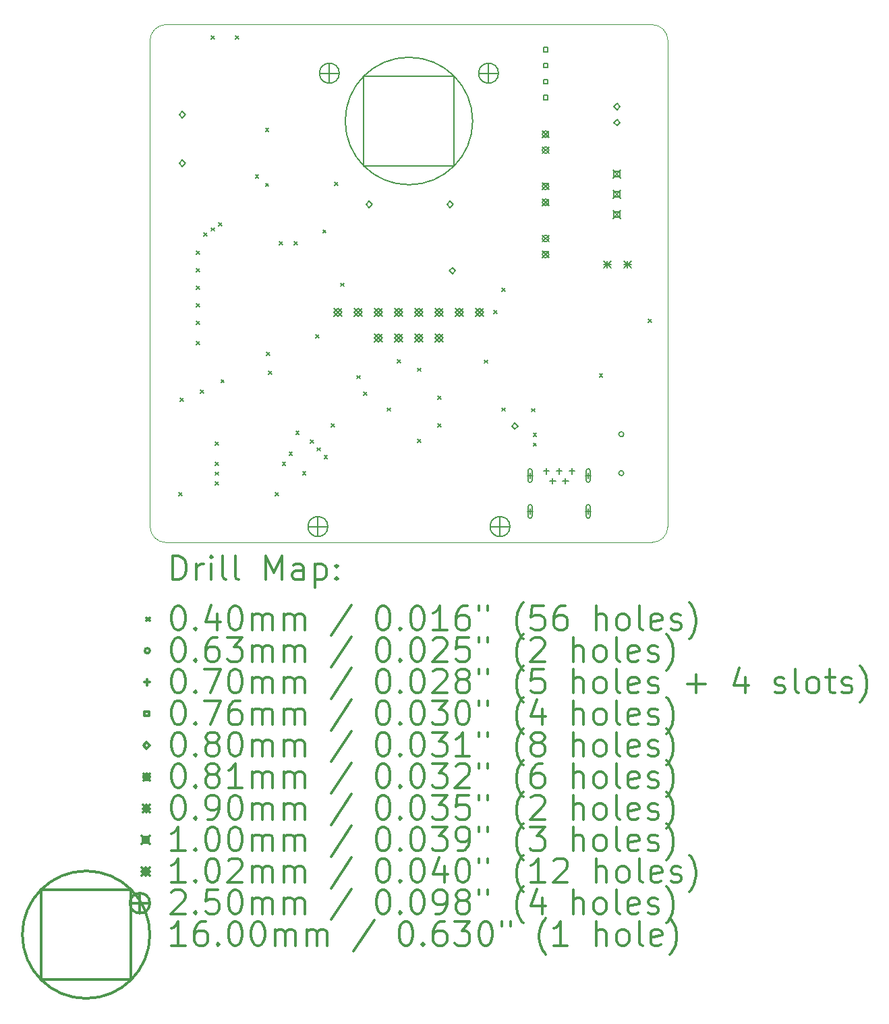
<source format=gbr>
%FSLAX45Y45*%
G04 Gerber Fmt 4.5, Leading zero omitted, Abs format (unit mm)*
G04 Created by KiCad (PCBNEW (5.1.5)-3) date 2022-04-23 22:50:25*
%MOMM*%
%LPD*%
G04 APERTURE LIST*
%TA.AperFunction,Profile*%
%ADD10C,0.050000*%
%TD*%
%ADD11C,0.200000*%
%ADD12C,0.300000*%
G04 APERTURE END LIST*
D10*
X16484000Y-12641000D02*
G75*
G02X16284000Y-12841000I-200000J0D01*
G01*
X10184000Y-12841000D02*
G75*
G02X9984000Y-12641000I0J200000D01*
G01*
X9984000Y-6541000D02*
G75*
G02X10184000Y-6341000I200000J0D01*
G01*
X16284000Y-6341000D02*
G75*
G02X16484000Y-6541000I0J-200000D01*
G01*
X9984000Y-6541000D02*
X9984000Y-12641000D01*
X16284000Y-6341000D02*
X10184000Y-6341000D01*
X16484000Y-12641000D02*
X16484000Y-6541000D01*
X10184000Y-12841000D02*
X16284000Y-12841000D01*
D11*
X10344000Y-12211000D02*
X10384000Y-12251000D01*
X10384000Y-12211000D02*
X10344000Y-12251000D01*
X10364000Y-11031000D02*
X10404000Y-11071000D01*
X10404000Y-11031000D02*
X10364000Y-11071000D01*
X10564000Y-9181000D02*
X10604000Y-9221000D01*
X10604000Y-9181000D02*
X10564000Y-9221000D01*
X10564000Y-9401000D02*
X10604000Y-9441000D01*
X10604000Y-9401000D02*
X10564000Y-9441000D01*
X10564000Y-9621000D02*
X10604000Y-9661000D01*
X10604000Y-9621000D02*
X10564000Y-9661000D01*
X10564000Y-9841000D02*
X10604000Y-9881000D01*
X10604000Y-9841000D02*
X10564000Y-9881000D01*
X10564000Y-10061000D02*
X10604000Y-10101000D01*
X10604000Y-10061000D02*
X10564000Y-10101000D01*
X10564000Y-10316000D02*
X10604000Y-10356000D01*
X10604000Y-10316000D02*
X10564000Y-10356000D01*
X10614000Y-10926000D02*
X10654000Y-10966000D01*
X10654000Y-10926000D02*
X10614000Y-10966000D01*
X10659000Y-8956000D02*
X10699000Y-8996000D01*
X10699000Y-8956000D02*
X10659000Y-8996000D01*
X10754000Y-6481000D02*
X10794000Y-6521000D01*
X10794000Y-6481000D02*
X10754000Y-6521000D01*
X10754000Y-8891000D02*
X10794000Y-8931000D01*
X10794000Y-8891000D02*
X10754000Y-8931000D01*
X10803999Y-11956000D02*
X10843999Y-11996000D01*
X10843999Y-11956000D02*
X10803999Y-11996000D01*
X10804000Y-11581000D02*
X10844000Y-11621000D01*
X10844000Y-11581000D02*
X10804000Y-11621000D01*
X10804000Y-11831000D02*
X10844000Y-11871000D01*
X10844000Y-11831000D02*
X10804000Y-11871000D01*
X10804000Y-12078499D02*
X10844000Y-12118499D01*
X10844000Y-12078499D02*
X10804000Y-12118499D01*
X10844000Y-8826000D02*
X10884000Y-8866000D01*
X10884000Y-8826000D02*
X10844000Y-8866000D01*
X10874000Y-10796000D02*
X10914000Y-10836000D01*
X10914000Y-10796000D02*
X10874000Y-10836000D01*
X11059000Y-6481000D02*
X11099000Y-6521000D01*
X11099000Y-6481000D02*
X11059000Y-6521000D01*
X11307100Y-8227900D02*
X11347100Y-8267900D01*
X11347100Y-8227900D02*
X11307100Y-8267900D01*
X11434000Y-7641000D02*
X11474000Y-7681000D01*
X11474000Y-7641000D02*
X11434000Y-7681000D01*
X11434100Y-8330900D02*
X11474100Y-8370900D01*
X11474100Y-8330900D02*
X11434100Y-8370900D01*
X11444000Y-10451000D02*
X11484000Y-10491000D01*
X11484000Y-10451000D02*
X11444000Y-10491000D01*
X11469000Y-10691000D02*
X11509000Y-10731000D01*
X11509000Y-10691000D02*
X11469000Y-10731000D01*
X11554000Y-12211000D02*
X11594000Y-12251000D01*
X11594000Y-12211000D02*
X11554000Y-12251000D01*
X11606101Y-9065999D02*
X11646101Y-9105999D01*
X11646101Y-9065999D02*
X11606101Y-9105999D01*
X11644000Y-11835533D02*
X11684000Y-11875533D01*
X11684000Y-11835533D02*
X11644000Y-11875533D01*
X11729000Y-11706000D02*
X11769000Y-11746000D01*
X11769000Y-11706000D02*
X11729000Y-11746000D01*
X11794000Y-9066000D02*
X11834000Y-9106000D01*
X11834000Y-9066000D02*
X11794000Y-9106000D01*
X11814000Y-11446000D02*
X11854000Y-11486000D01*
X11854000Y-11446000D02*
X11814000Y-11486000D01*
X11899000Y-11951000D02*
X11939000Y-11991000D01*
X11939000Y-11951000D02*
X11899000Y-11991000D01*
X11994000Y-11551000D02*
X12034000Y-11591000D01*
X12034000Y-11551000D02*
X11994000Y-11591000D01*
X12064000Y-10231000D02*
X12104000Y-10271000D01*
X12104000Y-10231000D02*
X12064000Y-10271000D01*
X12079000Y-11651000D02*
X12119000Y-11691000D01*
X12119000Y-11651000D02*
X12079000Y-11691000D01*
X12154000Y-8916000D02*
X12194000Y-8956000D01*
X12194000Y-8916000D02*
X12154000Y-8956000D01*
X12169000Y-11751000D02*
X12209000Y-11791000D01*
X12209000Y-11751000D02*
X12169000Y-11791000D01*
X12259000Y-11351000D02*
X12299000Y-11391000D01*
X12299000Y-11351000D02*
X12259000Y-11391000D01*
X12299001Y-8321000D02*
X12339001Y-8361000D01*
X12339001Y-8321000D02*
X12299001Y-8361000D01*
X12379001Y-9586000D02*
X12419001Y-9626000D01*
X12419001Y-9586000D02*
X12379001Y-9626000D01*
X12579000Y-10746000D02*
X12619000Y-10786000D01*
X12619000Y-10746000D02*
X12579000Y-10786000D01*
X12664000Y-10951000D02*
X12704000Y-10991000D01*
X12704000Y-10951000D02*
X12664000Y-10991000D01*
X12964000Y-11151000D02*
X13004000Y-11191000D01*
X13004000Y-11151000D02*
X12964000Y-11191000D01*
X13089000Y-10546000D02*
X13129000Y-10586000D01*
X13129000Y-10546000D02*
X13089000Y-10586000D01*
X13344000Y-10651000D02*
X13384000Y-10691000D01*
X13384000Y-10651000D02*
X13344000Y-10691000D01*
X13344000Y-11546000D02*
X13384000Y-11586000D01*
X13384000Y-11546000D02*
X13344000Y-11586000D01*
X13599000Y-11001000D02*
X13639000Y-11041000D01*
X13639000Y-11001000D02*
X13599000Y-11041000D01*
X13599000Y-11351000D02*
X13639000Y-11391000D01*
X13639000Y-11351000D02*
X13599000Y-11391000D01*
X14179000Y-10551000D02*
X14219000Y-10591000D01*
X14219000Y-10551000D02*
X14179000Y-10591000D01*
X14299000Y-9931000D02*
X14339000Y-9971000D01*
X14339000Y-9931000D02*
X14299000Y-9971000D01*
X14403895Y-9646105D02*
X14443895Y-9686105D01*
X14443895Y-9646105D02*
X14403895Y-9686105D01*
X14404000Y-11151000D02*
X14444000Y-11191000D01*
X14444000Y-11151000D02*
X14404000Y-11191000D01*
X14774000Y-11161000D02*
X14814000Y-11201000D01*
X14814000Y-11161000D02*
X14774000Y-11201000D01*
X14794000Y-11471000D02*
X14834000Y-11511000D01*
X14834000Y-11471000D02*
X14794000Y-11511000D01*
X14794000Y-11591000D02*
X14834000Y-11631000D01*
X14834000Y-11591000D02*
X14794000Y-11631000D01*
X15624000Y-10721000D02*
X15664000Y-10761000D01*
X15664000Y-10721000D02*
X15624000Y-10761000D01*
X16239000Y-10036000D02*
X16279000Y-10076000D01*
X16279000Y-10036000D02*
X16239000Y-10076000D01*
X15930500Y-11482000D02*
G75*
G03X15930500Y-11482000I-31500J0D01*
G01*
X15930500Y-11970000D02*
G75*
G03X15930500Y-11970000I-31500J0D01*
G01*
X14754000Y-11966000D02*
X14754000Y-12036000D01*
X14719000Y-12001000D02*
X14789000Y-12001000D01*
X14779000Y-12061000D02*
X14779000Y-11941000D01*
X14729000Y-12061000D02*
X14729000Y-11941000D01*
X14779000Y-11941000D02*
G75*
G03X14729000Y-11941000I-25000J0D01*
G01*
X14729000Y-12061000D02*
G75*
G03X14779000Y-12061000I25000J0D01*
G01*
X14754000Y-12416000D02*
X14754000Y-12486000D01*
X14719000Y-12451000D02*
X14789000Y-12451000D01*
X14779000Y-12511000D02*
X14779000Y-12391000D01*
X14729000Y-12511000D02*
X14729000Y-12391000D01*
X14779000Y-12391000D02*
G75*
G03X14729000Y-12391000I-25000J0D01*
G01*
X14729000Y-12511000D02*
G75*
G03X14779000Y-12511000I25000J0D01*
G01*
X14959000Y-11911000D02*
X14959000Y-11981000D01*
X14924000Y-11946000D02*
X14994000Y-11946000D01*
X15039000Y-12031000D02*
X15039000Y-12101000D01*
X15004000Y-12066000D02*
X15074000Y-12066000D01*
X15119000Y-11911000D02*
X15119000Y-11981000D01*
X15084000Y-11946000D02*
X15154000Y-11946000D01*
X15199000Y-12031000D02*
X15199000Y-12101000D01*
X15164000Y-12066000D02*
X15234000Y-12066000D01*
X15279000Y-11911000D02*
X15279000Y-11981000D01*
X15244000Y-11946000D02*
X15314000Y-11946000D01*
X15484000Y-11966000D02*
X15484000Y-12036000D01*
X15449000Y-12001000D02*
X15519000Y-12001000D01*
X15509000Y-12061000D02*
X15509000Y-11941000D01*
X15459000Y-12061000D02*
X15459000Y-11941000D01*
X15509000Y-11941000D02*
G75*
G03X15459000Y-11941000I-25000J0D01*
G01*
X15459000Y-12061000D02*
G75*
G03X15509000Y-12061000I25000J0D01*
G01*
X15484000Y-12416000D02*
X15484000Y-12486000D01*
X15449000Y-12451000D02*
X15519000Y-12451000D01*
X15509000Y-12511000D02*
X15509000Y-12391000D01*
X15459000Y-12511000D02*
X15459000Y-12391000D01*
X15509000Y-12391000D02*
G75*
G03X15459000Y-12391000I-25000J0D01*
G01*
X15459000Y-12511000D02*
G75*
G03X15509000Y-12511000I25000J0D01*
G01*
X14975941Y-6682941D02*
X14975941Y-6629059D01*
X14922059Y-6629059D01*
X14922059Y-6682941D01*
X14975941Y-6682941D01*
X14975941Y-6882941D02*
X14975941Y-6829059D01*
X14922059Y-6829059D01*
X14922059Y-6882941D01*
X14975941Y-6882941D01*
X14975941Y-7082941D02*
X14975941Y-7029059D01*
X14922059Y-7029059D01*
X14922059Y-7082941D01*
X14975941Y-7082941D01*
X14975941Y-7282941D02*
X14975941Y-7229059D01*
X14922059Y-7229059D01*
X14922059Y-7282941D01*
X14975941Y-7282941D01*
X10389000Y-7511000D02*
X10429000Y-7471000D01*
X10389000Y-7431000D01*
X10349000Y-7471000D01*
X10389000Y-7511000D01*
X10389000Y-8121000D02*
X10429000Y-8081000D01*
X10389000Y-8041000D01*
X10349000Y-8081000D01*
X10389000Y-8121000D01*
X13779000Y-9471000D02*
X13819000Y-9431000D01*
X13779000Y-9391000D01*
X13739000Y-9431000D01*
X13779000Y-9471000D01*
X14564000Y-11421000D02*
X14604000Y-11381000D01*
X14564000Y-11341000D01*
X14524000Y-11381000D01*
X14564000Y-11421000D01*
X15844000Y-7411000D02*
X15884000Y-7371000D01*
X15844000Y-7331000D01*
X15804000Y-7371000D01*
X15844000Y-7411000D01*
X15844000Y-7611000D02*
X15884000Y-7571000D01*
X15844000Y-7531000D01*
X15804000Y-7571000D01*
X15844000Y-7611000D01*
X12734000Y-8636000D02*
X12774000Y-8596000D01*
X12734000Y-8556000D01*
X12694000Y-8596000D01*
X12734000Y-8636000D01*
X13750000Y-8636000D02*
X13790000Y-8596000D01*
X13750000Y-8556000D01*
X13710000Y-8596000D01*
X13750000Y-8636000D01*
X14908360Y-8985360D02*
X14989640Y-9066640D01*
X14989640Y-8985360D02*
X14908360Y-9066640D01*
X14989640Y-9026000D02*
G75*
G03X14989640Y-9026000I-40640J0D01*
G01*
X14908360Y-9185360D02*
X14989640Y-9266640D01*
X14989640Y-9185360D02*
X14908360Y-9266640D01*
X14989640Y-9226000D02*
G75*
G03X14989640Y-9226000I-40640J0D01*
G01*
X14908360Y-7675360D02*
X14989640Y-7756640D01*
X14989640Y-7675360D02*
X14908360Y-7756640D01*
X14989640Y-7716000D02*
G75*
G03X14989640Y-7716000I-40640J0D01*
G01*
X14908360Y-7875360D02*
X14989640Y-7956640D01*
X14989640Y-7875360D02*
X14908360Y-7956640D01*
X14989640Y-7916000D02*
G75*
G03X14989640Y-7916000I-40640J0D01*
G01*
X14908360Y-8330360D02*
X14989640Y-8411640D01*
X14989640Y-8330360D02*
X14908360Y-8411640D01*
X14989640Y-8371000D02*
G75*
G03X14989640Y-8371000I-40640J0D01*
G01*
X14908360Y-8530360D02*
X14989640Y-8611640D01*
X14989640Y-8530360D02*
X14908360Y-8611640D01*
X14989640Y-8571000D02*
G75*
G03X14989640Y-8571000I-40640J0D01*
G01*
X15679000Y-9306000D02*
X15769000Y-9396000D01*
X15769000Y-9306000D02*
X15679000Y-9396000D01*
X15724000Y-9306000D02*
X15724000Y-9396000D01*
X15679000Y-9351000D02*
X15769000Y-9351000D01*
X15933000Y-9306000D02*
X16023000Y-9396000D01*
X16023000Y-9306000D02*
X15933000Y-9396000D01*
X15978000Y-9306000D02*
X15978000Y-9396000D01*
X15933000Y-9351000D02*
X16023000Y-9351000D01*
X15794000Y-8167000D02*
X15894000Y-8267000D01*
X15894000Y-8167000D02*
X15794000Y-8267000D01*
X15879356Y-8252356D02*
X15879356Y-8181644D01*
X15808644Y-8181644D01*
X15808644Y-8252356D01*
X15879356Y-8252356D01*
X15794000Y-8421000D02*
X15894000Y-8521000D01*
X15894000Y-8421000D02*
X15794000Y-8521000D01*
X15879356Y-8506356D02*
X15879356Y-8435644D01*
X15808644Y-8435644D01*
X15808644Y-8506356D01*
X15879356Y-8506356D01*
X15794000Y-8675000D02*
X15894000Y-8775000D01*
X15894000Y-8675000D02*
X15794000Y-8775000D01*
X15879356Y-8760356D02*
X15879356Y-8689644D01*
X15808644Y-8689644D01*
X15808644Y-8760356D01*
X15879356Y-8760356D01*
X12294200Y-9900200D02*
X12395800Y-10001800D01*
X12395800Y-9900200D02*
X12294200Y-10001800D01*
X12345000Y-10001800D02*
X12395800Y-9951000D01*
X12345000Y-9900200D01*
X12294200Y-9951000D01*
X12345000Y-10001800D01*
X12548200Y-9900200D02*
X12649800Y-10001800D01*
X12649800Y-9900200D02*
X12548200Y-10001800D01*
X12599000Y-10001800D02*
X12649800Y-9951000D01*
X12599000Y-9900200D01*
X12548200Y-9951000D01*
X12599000Y-10001800D01*
X12802200Y-9900200D02*
X12903800Y-10001800D01*
X12903800Y-9900200D02*
X12802200Y-10001800D01*
X12853000Y-10001800D02*
X12903800Y-9951000D01*
X12853000Y-9900200D01*
X12802200Y-9951000D01*
X12853000Y-10001800D01*
X13056200Y-9900200D02*
X13157800Y-10001800D01*
X13157800Y-9900200D02*
X13056200Y-10001800D01*
X13107000Y-10001800D02*
X13157800Y-9951000D01*
X13107000Y-9900200D01*
X13056200Y-9951000D01*
X13107000Y-10001800D01*
X13310200Y-9900200D02*
X13411800Y-10001800D01*
X13411800Y-9900200D02*
X13310200Y-10001800D01*
X13361000Y-10001800D02*
X13411800Y-9951000D01*
X13361000Y-9900200D01*
X13310200Y-9951000D01*
X13361000Y-10001800D01*
X13564200Y-9900200D02*
X13665800Y-10001800D01*
X13665800Y-9900200D02*
X13564200Y-10001800D01*
X13615000Y-10001800D02*
X13665800Y-9951000D01*
X13615000Y-9900200D01*
X13564200Y-9951000D01*
X13615000Y-10001800D01*
X13818200Y-9900200D02*
X13919800Y-10001800D01*
X13919800Y-9900200D02*
X13818200Y-10001800D01*
X13869000Y-10001800D02*
X13919800Y-9951000D01*
X13869000Y-9900200D01*
X13818200Y-9951000D01*
X13869000Y-10001800D01*
X14072200Y-9900200D02*
X14173800Y-10001800D01*
X14173800Y-9900200D02*
X14072200Y-10001800D01*
X14123000Y-10001800D02*
X14173800Y-9951000D01*
X14123000Y-9900200D01*
X14072200Y-9951000D01*
X14123000Y-10001800D01*
X12802200Y-10220200D02*
X12903800Y-10321800D01*
X12903800Y-10220200D02*
X12802200Y-10321800D01*
X12853000Y-10321800D02*
X12903800Y-10271000D01*
X12853000Y-10220200D01*
X12802200Y-10271000D01*
X12853000Y-10321800D01*
X13056200Y-10220200D02*
X13157800Y-10321800D01*
X13157800Y-10220200D02*
X13056200Y-10321800D01*
X13107000Y-10321800D02*
X13157800Y-10271000D01*
X13107000Y-10220200D01*
X13056200Y-10271000D01*
X13107000Y-10321800D01*
X13310200Y-10220200D02*
X13411800Y-10321800D01*
X13411800Y-10220200D02*
X13310200Y-10321800D01*
X13361000Y-10321800D02*
X13411800Y-10271000D01*
X13361000Y-10220200D01*
X13310200Y-10271000D01*
X13361000Y-10321800D01*
X13564200Y-10220200D02*
X13665800Y-10321800D01*
X13665800Y-10220200D02*
X13564200Y-10321800D01*
X13615000Y-10321800D02*
X13665800Y-10271000D01*
X13615000Y-10220200D01*
X13564200Y-10271000D01*
X13615000Y-10321800D01*
X12235000Y-6826000D02*
X12235000Y-7076000D01*
X12110000Y-6951000D02*
X12360000Y-6951000D01*
X12360000Y-6951000D02*
G75*
G03X12360000Y-6951000I-125000J0D01*
G01*
X14233000Y-6826000D02*
X14233000Y-7076000D01*
X14108000Y-6951000D02*
X14358000Y-6951000D01*
X14358000Y-6951000D02*
G75*
G03X14358000Y-6951000I-125000J0D01*
G01*
X12091000Y-12516000D02*
X12091000Y-12766000D01*
X11966000Y-12641000D02*
X12216000Y-12641000D01*
X12216000Y-12641000D02*
G75*
G03X12216000Y-12641000I-125000J0D01*
G01*
X14377000Y-12516000D02*
X14377000Y-12766000D01*
X14252000Y-12641000D02*
X14502000Y-12641000D01*
X14502000Y-12641000D02*
G75*
G03X14502000Y-12641000I-125000J0D01*
G01*
X13799691Y-8116691D02*
X13799691Y-6985309D01*
X12668309Y-6985309D01*
X12668309Y-8116691D01*
X13799691Y-8116691D01*
X14034000Y-7551000D02*
G75*
G03X14034000Y-7551000I-800000J0D01*
G01*
D12*
X10267928Y-13309214D02*
X10267928Y-13009214D01*
X10339357Y-13009214D01*
X10382214Y-13023500D01*
X10410786Y-13052071D01*
X10425071Y-13080643D01*
X10439357Y-13137786D01*
X10439357Y-13180643D01*
X10425071Y-13237786D01*
X10410786Y-13266357D01*
X10382214Y-13294929D01*
X10339357Y-13309214D01*
X10267928Y-13309214D01*
X10567928Y-13309214D02*
X10567928Y-13109214D01*
X10567928Y-13166357D02*
X10582214Y-13137786D01*
X10596500Y-13123500D01*
X10625071Y-13109214D01*
X10653643Y-13109214D01*
X10753643Y-13309214D02*
X10753643Y-13109214D01*
X10753643Y-13009214D02*
X10739357Y-13023500D01*
X10753643Y-13037786D01*
X10767928Y-13023500D01*
X10753643Y-13009214D01*
X10753643Y-13037786D01*
X10939357Y-13309214D02*
X10910786Y-13294929D01*
X10896500Y-13266357D01*
X10896500Y-13009214D01*
X11096500Y-13309214D02*
X11067928Y-13294929D01*
X11053643Y-13266357D01*
X11053643Y-13009214D01*
X11439357Y-13309214D02*
X11439357Y-13009214D01*
X11539357Y-13223500D01*
X11639357Y-13009214D01*
X11639357Y-13309214D01*
X11910786Y-13309214D02*
X11910786Y-13152071D01*
X11896500Y-13123500D01*
X11867928Y-13109214D01*
X11810786Y-13109214D01*
X11782214Y-13123500D01*
X11910786Y-13294929D02*
X11882214Y-13309214D01*
X11810786Y-13309214D01*
X11782214Y-13294929D01*
X11767928Y-13266357D01*
X11767928Y-13237786D01*
X11782214Y-13209214D01*
X11810786Y-13194929D01*
X11882214Y-13194929D01*
X11910786Y-13180643D01*
X12053643Y-13109214D02*
X12053643Y-13409214D01*
X12053643Y-13123500D02*
X12082214Y-13109214D01*
X12139357Y-13109214D01*
X12167928Y-13123500D01*
X12182214Y-13137786D01*
X12196500Y-13166357D01*
X12196500Y-13252071D01*
X12182214Y-13280643D01*
X12167928Y-13294929D01*
X12139357Y-13309214D01*
X12082214Y-13309214D01*
X12053643Y-13294929D01*
X12325071Y-13280643D02*
X12339357Y-13294929D01*
X12325071Y-13309214D01*
X12310786Y-13294929D01*
X12325071Y-13280643D01*
X12325071Y-13309214D01*
X12325071Y-13123500D02*
X12339357Y-13137786D01*
X12325071Y-13152071D01*
X12310786Y-13137786D01*
X12325071Y-13123500D01*
X12325071Y-13152071D01*
X9941500Y-13783500D02*
X9981500Y-13823500D01*
X9981500Y-13783500D02*
X9941500Y-13823500D01*
X10325071Y-13639214D02*
X10353643Y-13639214D01*
X10382214Y-13653500D01*
X10396500Y-13667786D01*
X10410786Y-13696357D01*
X10425071Y-13753500D01*
X10425071Y-13824929D01*
X10410786Y-13882071D01*
X10396500Y-13910643D01*
X10382214Y-13924929D01*
X10353643Y-13939214D01*
X10325071Y-13939214D01*
X10296500Y-13924929D01*
X10282214Y-13910643D01*
X10267928Y-13882071D01*
X10253643Y-13824929D01*
X10253643Y-13753500D01*
X10267928Y-13696357D01*
X10282214Y-13667786D01*
X10296500Y-13653500D01*
X10325071Y-13639214D01*
X10553643Y-13910643D02*
X10567928Y-13924929D01*
X10553643Y-13939214D01*
X10539357Y-13924929D01*
X10553643Y-13910643D01*
X10553643Y-13939214D01*
X10825071Y-13739214D02*
X10825071Y-13939214D01*
X10753643Y-13624929D02*
X10682214Y-13839214D01*
X10867928Y-13839214D01*
X11039357Y-13639214D02*
X11067928Y-13639214D01*
X11096500Y-13653500D01*
X11110786Y-13667786D01*
X11125071Y-13696357D01*
X11139357Y-13753500D01*
X11139357Y-13824929D01*
X11125071Y-13882071D01*
X11110786Y-13910643D01*
X11096500Y-13924929D01*
X11067928Y-13939214D01*
X11039357Y-13939214D01*
X11010786Y-13924929D01*
X10996500Y-13910643D01*
X10982214Y-13882071D01*
X10967928Y-13824929D01*
X10967928Y-13753500D01*
X10982214Y-13696357D01*
X10996500Y-13667786D01*
X11010786Y-13653500D01*
X11039357Y-13639214D01*
X11267928Y-13939214D02*
X11267928Y-13739214D01*
X11267928Y-13767786D02*
X11282214Y-13753500D01*
X11310786Y-13739214D01*
X11353643Y-13739214D01*
X11382214Y-13753500D01*
X11396500Y-13782071D01*
X11396500Y-13939214D01*
X11396500Y-13782071D02*
X11410786Y-13753500D01*
X11439357Y-13739214D01*
X11482214Y-13739214D01*
X11510786Y-13753500D01*
X11525071Y-13782071D01*
X11525071Y-13939214D01*
X11667928Y-13939214D02*
X11667928Y-13739214D01*
X11667928Y-13767786D02*
X11682214Y-13753500D01*
X11710786Y-13739214D01*
X11753643Y-13739214D01*
X11782214Y-13753500D01*
X11796500Y-13782071D01*
X11796500Y-13939214D01*
X11796500Y-13782071D02*
X11810786Y-13753500D01*
X11839357Y-13739214D01*
X11882214Y-13739214D01*
X11910786Y-13753500D01*
X11925071Y-13782071D01*
X11925071Y-13939214D01*
X12510786Y-13624929D02*
X12253643Y-14010643D01*
X12896500Y-13639214D02*
X12925071Y-13639214D01*
X12953643Y-13653500D01*
X12967928Y-13667786D01*
X12982214Y-13696357D01*
X12996500Y-13753500D01*
X12996500Y-13824929D01*
X12982214Y-13882071D01*
X12967928Y-13910643D01*
X12953643Y-13924929D01*
X12925071Y-13939214D01*
X12896500Y-13939214D01*
X12867928Y-13924929D01*
X12853643Y-13910643D01*
X12839357Y-13882071D01*
X12825071Y-13824929D01*
X12825071Y-13753500D01*
X12839357Y-13696357D01*
X12853643Y-13667786D01*
X12867928Y-13653500D01*
X12896500Y-13639214D01*
X13125071Y-13910643D02*
X13139357Y-13924929D01*
X13125071Y-13939214D01*
X13110786Y-13924929D01*
X13125071Y-13910643D01*
X13125071Y-13939214D01*
X13325071Y-13639214D02*
X13353643Y-13639214D01*
X13382214Y-13653500D01*
X13396500Y-13667786D01*
X13410786Y-13696357D01*
X13425071Y-13753500D01*
X13425071Y-13824929D01*
X13410786Y-13882071D01*
X13396500Y-13910643D01*
X13382214Y-13924929D01*
X13353643Y-13939214D01*
X13325071Y-13939214D01*
X13296500Y-13924929D01*
X13282214Y-13910643D01*
X13267928Y-13882071D01*
X13253643Y-13824929D01*
X13253643Y-13753500D01*
X13267928Y-13696357D01*
X13282214Y-13667786D01*
X13296500Y-13653500D01*
X13325071Y-13639214D01*
X13710786Y-13939214D02*
X13539357Y-13939214D01*
X13625071Y-13939214D02*
X13625071Y-13639214D01*
X13596500Y-13682071D01*
X13567928Y-13710643D01*
X13539357Y-13724929D01*
X13967928Y-13639214D02*
X13910786Y-13639214D01*
X13882214Y-13653500D01*
X13867928Y-13667786D01*
X13839357Y-13710643D01*
X13825071Y-13767786D01*
X13825071Y-13882071D01*
X13839357Y-13910643D01*
X13853643Y-13924929D01*
X13882214Y-13939214D01*
X13939357Y-13939214D01*
X13967928Y-13924929D01*
X13982214Y-13910643D01*
X13996500Y-13882071D01*
X13996500Y-13810643D01*
X13982214Y-13782071D01*
X13967928Y-13767786D01*
X13939357Y-13753500D01*
X13882214Y-13753500D01*
X13853643Y-13767786D01*
X13839357Y-13782071D01*
X13825071Y-13810643D01*
X14110786Y-13639214D02*
X14110786Y-13696357D01*
X14225071Y-13639214D02*
X14225071Y-13696357D01*
X14667928Y-14053500D02*
X14653643Y-14039214D01*
X14625071Y-13996357D01*
X14610786Y-13967786D01*
X14596500Y-13924929D01*
X14582214Y-13853500D01*
X14582214Y-13796357D01*
X14596500Y-13724929D01*
X14610786Y-13682071D01*
X14625071Y-13653500D01*
X14653643Y-13610643D01*
X14667928Y-13596357D01*
X14925071Y-13639214D02*
X14782214Y-13639214D01*
X14767928Y-13782071D01*
X14782214Y-13767786D01*
X14810786Y-13753500D01*
X14882214Y-13753500D01*
X14910786Y-13767786D01*
X14925071Y-13782071D01*
X14939357Y-13810643D01*
X14939357Y-13882071D01*
X14925071Y-13910643D01*
X14910786Y-13924929D01*
X14882214Y-13939214D01*
X14810786Y-13939214D01*
X14782214Y-13924929D01*
X14767928Y-13910643D01*
X15196500Y-13639214D02*
X15139357Y-13639214D01*
X15110786Y-13653500D01*
X15096500Y-13667786D01*
X15067928Y-13710643D01*
X15053643Y-13767786D01*
X15053643Y-13882071D01*
X15067928Y-13910643D01*
X15082214Y-13924929D01*
X15110786Y-13939214D01*
X15167928Y-13939214D01*
X15196500Y-13924929D01*
X15210786Y-13910643D01*
X15225071Y-13882071D01*
X15225071Y-13810643D01*
X15210786Y-13782071D01*
X15196500Y-13767786D01*
X15167928Y-13753500D01*
X15110786Y-13753500D01*
X15082214Y-13767786D01*
X15067928Y-13782071D01*
X15053643Y-13810643D01*
X15582214Y-13939214D02*
X15582214Y-13639214D01*
X15710786Y-13939214D02*
X15710786Y-13782071D01*
X15696500Y-13753500D01*
X15667928Y-13739214D01*
X15625071Y-13739214D01*
X15596500Y-13753500D01*
X15582214Y-13767786D01*
X15896500Y-13939214D02*
X15867928Y-13924929D01*
X15853643Y-13910643D01*
X15839357Y-13882071D01*
X15839357Y-13796357D01*
X15853643Y-13767786D01*
X15867928Y-13753500D01*
X15896500Y-13739214D01*
X15939357Y-13739214D01*
X15967928Y-13753500D01*
X15982214Y-13767786D01*
X15996500Y-13796357D01*
X15996500Y-13882071D01*
X15982214Y-13910643D01*
X15967928Y-13924929D01*
X15939357Y-13939214D01*
X15896500Y-13939214D01*
X16167928Y-13939214D02*
X16139357Y-13924929D01*
X16125071Y-13896357D01*
X16125071Y-13639214D01*
X16396500Y-13924929D02*
X16367928Y-13939214D01*
X16310786Y-13939214D01*
X16282214Y-13924929D01*
X16267928Y-13896357D01*
X16267928Y-13782071D01*
X16282214Y-13753500D01*
X16310786Y-13739214D01*
X16367928Y-13739214D01*
X16396500Y-13753500D01*
X16410786Y-13782071D01*
X16410786Y-13810643D01*
X16267928Y-13839214D01*
X16525071Y-13924929D02*
X16553643Y-13939214D01*
X16610786Y-13939214D01*
X16639357Y-13924929D01*
X16653643Y-13896357D01*
X16653643Y-13882071D01*
X16639357Y-13853500D01*
X16610786Y-13839214D01*
X16567928Y-13839214D01*
X16539357Y-13824929D01*
X16525071Y-13796357D01*
X16525071Y-13782071D01*
X16539357Y-13753500D01*
X16567928Y-13739214D01*
X16610786Y-13739214D01*
X16639357Y-13753500D01*
X16753643Y-14053500D02*
X16767928Y-14039214D01*
X16796500Y-13996357D01*
X16810786Y-13967786D01*
X16825071Y-13924929D01*
X16839357Y-13853500D01*
X16839357Y-13796357D01*
X16825071Y-13724929D01*
X16810786Y-13682071D01*
X16796500Y-13653500D01*
X16767928Y-13610643D01*
X16753643Y-13596357D01*
X9981500Y-14199500D02*
G75*
G03X9981500Y-14199500I-31500J0D01*
G01*
X10325071Y-14035214D02*
X10353643Y-14035214D01*
X10382214Y-14049500D01*
X10396500Y-14063786D01*
X10410786Y-14092357D01*
X10425071Y-14149500D01*
X10425071Y-14220929D01*
X10410786Y-14278071D01*
X10396500Y-14306643D01*
X10382214Y-14320929D01*
X10353643Y-14335214D01*
X10325071Y-14335214D01*
X10296500Y-14320929D01*
X10282214Y-14306643D01*
X10267928Y-14278071D01*
X10253643Y-14220929D01*
X10253643Y-14149500D01*
X10267928Y-14092357D01*
X10282214Y-14063786D01*
X10296500Y-14049500D01*
X10325071Y-14035214D01*
X10553643Y-14306643D02*
X10567928Y-14320929D01*
X10553643Y-14335214D01*
X10539357Y-14320929D01*
X10553643Y-14306643D01*
X10553643Y-14335214D01*
X10825071Y-14035214D02*
X10767928Y-14035214D01*
X10739357Y-14049500D01*
X10725071Y-14063786D01*
X10696500Y-14106643D01*
X10682214Y-14163786D01*
X10682214Y-14278071D01*
X10696500Y-14306643D01*
X10710786Y-14320929D01*
X10739357Y-14335214D01*
X10796500Y-14335214D01*
X10825071Y-14320929D01*
X10839357Y-14306643D01*
X10853643Y-14278071D01*
X10853643Y-14206643D01*
X10839357Y-14178071D01*
X10825071Y-14163786D01*
X10796500Y-14149500D01*
X10739357Y-14149500D01*
X10710786Y-14163786D01*
X10696500Y-14178071D01*
X10682214Y-14206643D01*
X10953643Y-14035214D02*
X11139357Y-14035214D01*
X11039357Y-14149500D01*
X11082214Y-14149500D01*
X11110786Y-14163786D01*
X11125071Y-14178071D01*
X11139357Y-14206643D01*
X11139357Y-14278071D01*
X11125071Y-14306643D01*
X11110786Y-14320929D01*
X11082214Y-14335214D01*
X10996500Y-14335214D01*
X10967928Y-14320929D01*
X10953643Y-14306643D01*
X11267928Y-14335214D02*
X11267928Y-14135214D01*
X11267928Y-14163786D02*
X11282214Y-14149500D01*
X11310786Y-14135214D01*
X11353643Y-14135214D01*
X11382214Y-14149500D01*
X11396500Y-14178071D01*
X11396500Y-14335214D01*
X11396500Y-14178071D02*
X11410786Y-14149500D01*
X11439357Y-14135214D01*
X11482214Y-14135214D01*
X11510786Y-14149500D01*
X11525071Y-14178071D01*
X11525071Y-14335214D01*
X11667928Y-14335214D02*
X11667928Y-14135214D01*
X11667928Y-14163786D02*
X11682214Y-14149500D01*
X11710786Y-14135214D01*
X11753643Y-14135214D01*
X11782214Y-14149500D01*
X11796500Y-14178071D01*
X11796500Y-14335214D01*
X11796500Y-14178071D02*
X11810786Y-14149500D01*
X11839357Y-14135214D01*
X11882214Y-14135214D01*
X11910786Y-14149500D01*
X11925071Y-14178071D01*
X11925071Y-14335214D01*
X12510786Y-14020929D02*
X12253643Y-14406643D01*
X12896500Y-14035214D02*
X12925071Y-14035214D01*
X12953643Y-14049500D01*
X12967928Y-14063786D01*
X12982214Y-14092357D01*
X12996500Y-14149500D01*
X12996500Y-14220929D01*
X12982214Y-14278071D01*
X12967928Y-14306643D01*
X12953643Y-14320929D01*
X12925071Y-14335214D01*
X12896500Y-14335214D01*
X12867928Y-14320929D01*
X12853643Y-14306643D01*
X12839357Y-14278071D01*
X12825071Y-14220929D01*
X12825071Y-14149500D01*
X12839357Y-14092357D01*
X12853643Y-14063786D01*
X12867928Y-14049500D01*
X12896500Y-14035214D01*
X13125071Y-14306643D02*
X13139357Y-14320929D01*
X13125071Y-14335214D01*
X13110786Y-14320929D01*
X13125071Y-14306643D01*
X13125071Y-14335214D01*
X13325071Y-14035214D02*
X13353643Y-14035214D01*
X13382214Y-14049500D01*
X13396500Y-14063786D01*
X13410786Y-14092357D01*
X13425071Y-14149500D01*
X13425071Y-14220929D01*
X13410786Y-14278071D01*
X13396500Y-14306643D01*
X13382214Y-14320929D01*
X13353643Y-14335214D01*
X13325071Y-14335214D01*
X13296500Y-14320929D01*
X13282214Y-14306643D01*
X13267928Y-14278071D01*
X13253643Y-14220929D01*
X13253643Y-14149500D01*
X13267928Y-14092357D01*
X13282214Y-14063786D01*
X13296500Y-14049500D01*
X13325071Y-14035214D01*
X13539357Y-14063786D02*
X13553643Y-14049500D01*
X13582214Y-14035214D01*
X13653643Y-14035214D01*
X13682214Y-14049500D01*
X13696500Y-14063786D01*
X13710786Y-14092357D01*
X13710786Y-14120929D01*
X13696500Y-14163786D01*
X13525071Y-14335214D01*
X13710786Y-14335214D01*
X13982214Y-14035214D02*
X13839357Y-14035214D01*
X13825071Y-14178071D01*
X13839357Y-14163786D01*
X13867928Y-14149500D01*
X13939357Y-14149500D01*
X13967928Y-14163786D01*
X13982214Y-14178071D01*
X13996500Y-14206643D01*
X13996500Y-14278071D01*
X13982214Y-14306643D01*
X13967928Y-14320929D01*
X13939357Y-14335214D01*
X13867928Y-14335214D01*
X13839357Y-14320929D01*
X13825071Y-14306643D01*
X14110786Y-14035214D02*
X14110786Y-14092357D01*
X14225071Y-14035214D02*
X14225071Y-14092357D01*
X14667928Y-14449500D02*
X14653643Y-14435214D01*
X14625071Y-14392357D01*
X14610786Y-14363786D01*
X14596500Y-14320929D01*
X14582214Y-14249500D01*
X14582214Y-14192357D01*
X14596500Y-14120929D01*
X14610786Y-14078071D01*
X14625071Y-14049500D01*
X14653643Y-14006643D01*
X14667928Y-13992357D01*
X14767928Y-14063786D02*
X14782214Y-14049500D01*
X14810786Y-14035214D01*
X14882214Y-14035214D01*
X14910786Y-14049500D01*
X14925071Y-14063786D01*
X14939357Y-14092357D01*
X14939357Y-14120929D01*
X14925071Y-14163786D01*
X14753643Y-14335214D01*
X14939357Y-14335214D01*
X15296500Y-14335214D02*
X15296500Y-14035214D01*
X15425071Y-14335214D02*
X15425071Y-14178071D01*
X15410786Y-14149500D01*
X15382214Y-14135214D01*
X15339357Y-14135214D01*
X15310786Y-14149500D01*
X15296500Y-14163786D01*
X15610786Y-14335214D02*
X15582214Y-14320929D01*
X15567928Y-14306643D01*
X15553643Y-14278071D01*
X15553643Y-14192357D01*
X15567928Y-14163786D01*
X15582214Y-14149500D01*
X15610786Y-14135214D01*
X15653643Y-14135214D01*
X15682214Y-14149500D01*
X15696500Y-14163786D01*
X15710786Y-14192357D01*
X15710786Y-14278071D01*
X15696500Y-14306643D01*
X15682214Y-14320929D01*
X15653643Y-14335214D01*
X15610786Y-14335214D01*
X15882214Y-14335214D02*
X15853643Y-14320929D01*
X15839357Y-14292357D01*
X15839357Y-14035214D01*
X16110786Y-14320929D02*
X16082214Y-14335214D01*
X16025071Y-14335214D01*
X15996500Y-14320929D01*
X15982214Y-14292357D01*
X15982214Y-14178071D01*
X15996500Y-14149500D01*
X16025071Y-14135214D01*
X16082214Y-14135214D01*
X16110786Y-14149500D01*
X16125071Y-14178071D01*
X16125071Y-14206643D01*
X15982214Y-14235214D01*
X16239357Y-14320929D02*
X16267928Y-14335214D01*
X16325071Y-14335214D01*
X16353643Y-14320929D01*
X16367928Y-14292357D01*
X16367928Y-14278071D01*
X16353643Y-14249500D01*
X16325071Y-14235214D01*
X16282214Y-14235214D01*
X16253643Y-14220929D01*
X16239357Y-14192357D01*
X16239357Y-14178071D01*
X16253643Y-14149500D01*
X16282214Y-14135214D01*
X16325071Y-14135214D01*
X16353643Y-14149500D01*
X16467928Y-14449500D02*
X16482214Y-14435214D01*
X16510786Y-14392357D01*
X16525071Y-14363786D01*
X16539357Y-14320929D01*
X16553643Y-14249500D01*
X16553643Y-14192357D01*
X16539357Y-14120929D01*
X16525071Y-14078071D01*
X16510786Y-14049500D01*
X16482214Y-14006643D01*
X16467928Y-13992357D01*
X9946500Y-14560500D02*
X9946500Y-14630500D01*
X9911500Y-14595500D02*
X9981500Y-14595500D01*
X10325071Y-14431214D02*
X10353643Y-14431214D01*
X10382214Y-14445500D01*
X10396500Y-14459786D01*
X10410786Y-14488357D01*
X10425071Y-14545500D01*
X10425071Y-14616929D01*
X10410786Y-14674071D01*
X10396500Y-14702643D01*
X10382214Y-14716929D01*
X10353643Y-14731214D01*
X10325071Y-14731214D01*
X10296500Y-14716929D01*
X10282214Y-14702643D01*
X10267928Y-14674071D01*
X10253643Y-14616929D01*
X10253643Y-14545500D01*
X10267928Y-14488357D01*
X10282214Y-14459786D01*
X10296500Y-14445500D01*
X10325071Y-14431214D01*
X10553643Y-14702643D02*
X10567928Y-14716929D01*
X10553643Y-14731214D01*
X10539357Y-14716929D01*
X10553643Y-14702643D01*
X10553643Y-14731214D01*
X10667928Y-14431214D02*
X10867928Y-14431214D01*
X10739357Y-14731214D01*
X11039357Y-14431214D02*
X11067928Y-14431214D01*
X11096500Y-14445500D01*
X11110786Y-14459786D01*
X11125071Y-14488357D01*
X11139357Y-14545500D01*
X11139357Y-14616929D01*
X11125071Y-14674071D01*
X11110786Y-14702643D01*
X11096500Y-14716929D01*
X11067928Y-14731214D01*
X11039357Y-14731214D01*
X11010786Y-14716929D01*
X10996500Y-14702643D01*
X10982214Y-14674071D01*
X10967928Y-14616929D01*
X10967928Y-14545500D01*
X10982214Y-14488357D01*
X10996500Y-14459786D01*
X11010786Y-14445500D01*
X11039357Y-14431214D01*
X11267928Y-14731214D02*
X11267928Y-14531214D01*
X11267928Y-14559786D02*
X11282214Y-14545500D01*
X11310786Y-14531214D01*
X11353643Y-14531214D01*
X11382214Y-14545500D01*
X11396500Y-14574071D01*
X11396500Y-14731214D01*
X11396500Y-14574071D02*
X11410786Y-14545500D01*
X11439357Y-14531214D01*
X11482214Y-14531214D01*
X11510786Y-14545500D01*
X11525071Y-14574071D01*
X11525071Y-14731214D01*
X11667928Y-14731214D02*
X11667928Y-14531214D01*
X11667928Y-14559786D02*
X11682214Y-14545500D01*
X11710786Y-14531214D01*
X11753643Y-14531214D01*
X11782214Y-14545500D01*
X11796500Y-14574071D01*
X11796500Y-14731214D01*
X11796500Y-14574071D02*
X11810786Y-14545500D01*
X11839357Y-14531214D01*
X11882214Y-14531214D01*
X11910786Y-14545500D01*
X11925071Y-14574071D01*
X11925071Y-14731214D01*
X12510786Y-14416929D02*
X12253643Y-14802643D01*
X12896500Y-14431214D02*
X12925071Y-14431214D01*
X12953643Y-14445500D01*
X12967928Y-14459786D01*
X12982214Y-14488357D01*
X12996500Y-14545500D01*
X12996500Y-14616929D01*
X12982214Y-14674071D01*
X12967928Y-14702643D01*
X12953643Y-14716929D01*
X12925071Y-14731214D01*
X12896500Y-14731214D01*
X12867928Y-14716929D01*
X12853643Y-14702643D01*
X12839357Y-14674071D01*
X12825071Y-14616929D01*
X12825071Y-14545500D01*
X12839357Y-14488357D01*
X12853643Y-14459786D01*
X12867928Y-14445500D01*
X12896500Y-14431214D01*
X13125071Y-14702643D02*
X13139357Y-14716929D01*
X13125071Y-14731214D01*
X13110786Y-14716929D01*
X13125071Y-14702643D01*
X13125071Y-14731214D01*
X13325071Y-14431214D02*
X13353643Y-14431214D01*
X13382214Y-14445500D01*
X13396500Y-14459786D01*
X13410786Y-14488357D01*
X13425071Y-14545500D01*
X13425071Y-14616929D01*
X13410786Y-14674071D01*
X13396500Y-14702643D01*
X13382214Y-14716929D01*
X13353643Y-14731214D01*
X13325071Y-14731214D01*
X13296500Y-14716929D01*
X13282214Y-14702643D01*
X13267928Y-14674071D01*
X13253643Y-14616929D01*
X13253643Y-14545500D01*
X13267928Y-14488357D01*
X13282214Y-14459786D01*
X13296500Y-14445500D01*
X13325071Y-14431214D01*
X13539357Y-14459786D02*
X13553643Y-14445500D01*
X13582214Y-14431214D01*
X13653643Y-14431214D01*
X13682214Y-14445500D01*
X13696500Y-14459786D01*
X13710786Y-14488357D01*
X13710786Y-14516929D01*
X13696500Y-14559786D01*
X13525071Y-14731214D01*
X13710786Y-14731214D01*
X13882214Y-14559786D02*
X13853643Y-14545500D01*
X13839357Y-14531214D01*
X13825071Y-14502643D01*
X13825071Y-14488357D01*
X13839357Y-14459786D01*
X13853643Y-14445500D01*
X13882214Y-14431214D01*
X13939357Y-14431214D01*
X13967928Y-14445500D01*
X13982214Y-14459786D01*
X13996500Y-14488357D01*
X13996500Y-14502643D01*
X13982214Y-14531214D01*
X13967928Y-14545500D01*
X13939357Y-14559786D01*
X13882214Y-14559786D01*
X13853643Y-14574071D01*
X13839357Y-14588357D01*
X13825071Y-14616929D01*
X13825071Y-14674071D01*
X13839357Y-14702643D01*
X13853643Y-14716929D01*
X13882214Y-14731214D01*
X13939357Y-14731214D01*
X13967928Y-14716929D01*
X13982214Y-14702643D01*
X13996500Y-14674071D01*
X13996500Y-14616929D01*
X13982214Y-14588357D01*
X13967928Y-14574071D01*
X13939357Y-14559786D01*
X14110786Y-14431214D02*
X14110786Y-14488357D01*
X14225071Y-14431214D02*
X14225071Y-14488357D01*
X14667928Y-14845500D02*
X14653643Y-14831214D01*
X14625071Y-14788357D01*
X14610786Y-14759786D01*
X14596500Y-14716929D01*
X14582214Y-14645500D01*
X14582214Y-14588357D01*
X14596500Y-14516929D01*
X14610786Y-14474071D01*
X14625071Y-14445500D01*
X14653643Y-14402643D01*
X14667928Y-14388357D01*
X14925071Y-14431214D02*
X14782214Y-14431214D01*
X14767928Y-14574071D01*
X14782214Y-14559786D01*
X14810786Y-14545500D01*
X14882214Y-14545500D01*
X14910786Y-14559786D01*
X14925071Y-14574071D01*
X14939357Y-14602643D01*
X14939357Y-14674071D01*
X14925071Y-14702643D01*
X14910786Y-14716929D01*
X14882214Y-14731214D01*
X14810786Y-14731214D01*
X14782214Y-14716929D01*
X14767928Y-14702643D01*
X15296500Y-14731214D02*
X15296500Y-14431214D01*
X15425071Y-14731214D02*
X15425071Y-14574071D01*
X15410786Y-14545500D01*
X15382214Y-14531214D01*
X15339357Y-14531214D01*
X15310786Y-14545500D01*
X15296500Y-14559786D01*
X15610786Y-14731214D02*
X15582214Y-14716929D01*
X15567928Y-14702643D01*
X15553643Y-14674071D01*
X15553643Y-14588357D01*
X15567928Y-14559786D01*
X15582214Y-14545500D01*
X15610786Y-14531214D01*
X15653643Y-14531214D01*
X15682214Y-14545500D01*
X15696500Y-14559786D01*
X15710786Y-14588357D01*
X15710786Y-14674071D01*
X15696500Y-14702643D01*
X15682214Y-14716929D01*
X15653643Y-14731214D01*
X15610786Y-14731214D01*
X15882214Y-14731214D02*
X15853643Y-14716929D01*
X15839357Y-14688357D01*
X15839357Y-14431214D01*
X16110786Y-14716929D02*
X16082214Y-14731214D01*
X16025071Y-14731214D01*
X15996500Y-14716929D01*
X15982214Y-14688357D01*
X15982214Y-14574071D01*
X15996500Y-14545500D01*
X16025071Y-14531214D01*
X16082214Y-14531214D01*
X16110786Y-14545500D01*
X16125071Y-14574071D01*
X16125071Y-14602643D01*
X15982214Y-14631214D01*
X16239357Y-14716929D02*
X16267928Y-14731214D01*
X16325071Y-14731214D01*
X16353643Y-14716929D01*
X16367928Y-14688357D01*
X16367928Y-14674071D01*
X16353643Y-14645500D01*
X16325071Y-14631214D01*
X16282214Y-14631214D01*
X16253643Y-14616929D01*
X16239357Y-14588357D01*
X16239357Y-14574071D01*
X16253643Y-14545500D01*
X16282214Y-14531214D01*
X16325071Y-14531214D01*
X16353643Y-14545500D01*
X16725071Y-14616929D02*
X16953643Y-14616929D01*
X16839357Y-14731214D02*
X16839357Y-14502643D01*
X17453643Y-14531214D02*
X17453643Y-14731214D01*
X17382214Y-14416929D02*
X17310786Y-14631214D01*
X17496500Y-14631214D01*
X17825071Y-14716929D02*
X17853643Y-14731214D01*
X17910786Y-14731214D01*
X17939357Y-14716929D01*
X17953643Y-14688357D01*
X17953643Y-14674071D01*
X17939357Y-14645500D01*
X17910786Y-14631214D01*
X17867928Y-14631214D01*
X17839357Y-14616929D01*
X17825071Y-14588357D01*
X17825071Y-14574071D01*
X17839357Y-14545500D01*
X17867928Y-14531214D01*
X17910786Y-14531214D01*
X17939357Y-14545500D01*
X18125071Y-14731214D02*
X18096500Y-14716929D01*
X18082214Y-14688357D01*
X18082214Y-14431214D01*
X18282214Y-14731214D02*
X18253643Y-14716929D01*
X18239357Y-14702643D01*
X18225071Y-14674071D01*
X18225071Y-14588357D01*
X18239357Y-14559786D01*
X18253643Y-14545500D01*
X18282214Y-14531214D01*
X18325071Y-14531214D01*
X18353643Y-14545500D01*
X18367928Y-14559786D01*
X18382214Y-14588357D01*
X18382214Y-14674071D01*
X18367928Y-14702643D01*
X18353643Y-14716929D01*
X18325071Y-14731214D01*
X18282214Y-14731214D01*
X18467928Y-14531214D02*
X18582214Y-14531214D01*
X18510786Y-14431214D02*
X18510786Y-14688357D01*
X18525071Y-14716929D01*
X18553643Y-14731214D01*
X18582214Y-14731214D01*
X18667928Y-14716929D02*
X18696500Y-14731214D01*
X18753643Y-14731214D01*
X18782214Y-14716929D01*
X18796500Y-14688357D01*
X18796500Y-14674071D01*
X18782214Y-14645500D01*
X18753643Y-14631214D01*
X18710786Y-14631214D01*
X18682214Y-14616929D01*
X18667928Y-14588357D01*
X18667928Y-14574071D01*
X18682214Y-14545500D01*
X18710786Y-14531214D01*
X18753643Y-14531214D01*
X18782214Y-14545500D01*
X18896500Y-14845500D02*
X18910786Y-14831214D01*
X18939357Y-14788357D01*
X18953643Y-14759786D01*
X18967928Y-14716929D01*
X18982214Y-14645500D01*
X18982214Y-14588357D01*
X18967928Y-14516929D01*
X18953643Y-14474071D01*
X18939357Y-14445500D01*
X18910786Y-14402643D01*
X18896500Y-14388357D01*
X9970341Y-15018441D02*
X9970341Y-14964559D01*
X9916459Y-14964559D01*
X9916459Y-15018441D01*
X9970341Y-15018441D01*
X10325071Y-14827214D02*
X10353643Y-14827214D01*
X10382214Y-14841500D01*
X10396500Y-14855786D01*
X10410786Y-14884357D01*
X10425071Y-14941500D01*
X10425071Y-15012929D01*
X10410786Y-15070071D01*
X10396500Y-15098643D01*
X10382214Y-15112929D01*
X10353643Y-15127214D01*
X10325071Y-15127214D01*
X10296500Y-15112929D01*
X10282214Y-15098643D01*
X10267928Y-15070071D01*
X10253643Y-15012929D01*
X10253643Y-14941500D01*
X10267928Y-14884357D01*
X10282214Y-14855786D01*
X10296500Y-14841500D01*
X10325071Y-14827214D01*
X10553643Y-15098643D02*
X10567928Y-15112929D01*
X10553643Y-15127214D01*
X10539357Y-15112929D01*
X10553643Y-15098643D01*
X10553643Y-15127214D01*
X10667928Y-14827214D02*
X10867928Y-14827214D01*
X10739357Y-15127214D01*
X11110786Y-14827214D02*
X11053643Y-14827214D01*
X11025071Y-14841500D01*
X11010786Y-14855786D01*
X10982214Y-14898643D01*
X10967928Y-14955786D01*
X10967928Y-15070071D01*
X10982214Y-15098643D01*
X10996500Y-15112929D01*
X11025071Y-15127214D01*
X11082214Y-15127214D01*
X11110786Y-15112929D01*
X11125071Y-15098643D01*
X11139357Y-15070071D01*
X11139357Y-14998643D01*
X11125071Y-14970071D01*
X11110786Y-14955786D01*
X11082214Y-14941500D01*
X11025071Y-14941500D01*
X10996500Y-14955786D01*
X10982214Y-14970071D01*
X10967928Y-14998643D01*
X11267928Y-15127214D02*
X11267928Y-14927214D01*
X11267928Y-14955786D02*
X11282214Y-14941500D01*
X11310786Y-14927214D01*
X11353643Y-14927214D01*
X11382214Y-14941500D01*
X11396500Y-14970071D01*
X11396500Y-15127214D01*
X11396500Y-14970071D02*
X11410786Y-14941500D01*
X11439357Y-14927214D01*
X11482214Y-14927214D01*
X11510786Y-14941500D01*
X11525071Y-14970071D01*
X11525071Y-15127214D01*
X11667928Y-15127214D02*
X11667928Y-14927214D01*
X11667928Y-14955786D02*
X11682214Y-14941500D01*
X11710786Y-14927214D01*
X11753643Y-14927214D01*
X11782214Y-14941500D01*
X11796500Y-14970071D01*
X11796500Y-15127214D01*
X11796500Y-14970071D02*
X11810786Y-14941500D01*
X11839357Y-14927214D01*
X11882214Y-14927214D01*
X11910786Y-14941500D01*
X11925071Y-14970071D01*
X11925071Y-15127214D01*
X12510786Y-14812929D02*
X12253643Y-15198643D01*
X12896500Y-14827214D02*
X12925071Y-14827214D01*
X12953643Y-14841500D01*
X12967928Y-14855786D01*
X12982214Y-14884357D01*
X12996500Y-14941500D01*
X12996500Y-15012929D01*
X12982214Y-15070071D01*
X12967928Y-15098643D01*
X12953643Y-15112929D01*
X12925071Y-15127214D01*
X12896500Y-15127214D01*
X12867928Y-15112929D01*
X12853643Y-15098643D01*
X12839357Y-15070071D01*
X12825071Y-15012929D01*
X12825071Y-14941500D01*
X12839357Y-14884357D01*
X12853643Y-14855786D01*
X12867928Y-14841500D01*
X12896500Y-14827214D01*
X13125071Y-15098643D02*
X13139357Y-15112929D01*
X13125071Y-15127214D01*
X13110786Y-15112929D01*
X13125071Y-15098643D01*
X13125071Y-15127214D01*
X13325071Y-14827214D02*
X13353643Y-14827214D01*
X13382214Y-14841500D01*
X13396500Y-14855786D01*
X13410786Y-14884357D01*
X13425071Y-14941500D01*
X13425071Y-15012929D01*
X13410786Y-15070071D01*
X13396500Y-15098643D01*
X13382214Y-15112929D01*
X13353643Y-15127214D01*
X13325071Y-15127214D01*
X13296500Y-15112929D01*
X13282214Y-15098643D01*
X13267928Y-15070071D01*
X13253643Y-15012929D01*
X13253643Y-14941500D01*
X13267928Y-14884357D01*
X13282214Y-14855786D01*
X13296500Y-14841500D01*
X13325071Y-14827214D01*
X13525071Y-14827214D02*
X13710786Y-14827214D01*
X13610786Y-14941500D01*
X13653643Y-14941500D01*
X13682214Y-14955786D01*
X13696500Y-14970071D01*
X13710786Y-14998643D01*
X13710786Y-15070071D01*
X13696500Y-15098643D01*
X13682214Y-15112929D01*
X13653643Y-15127214D01*
X13567928Y-15127214D01*
X13539357Y-15112929D01*
X13525071Y-15098643D01*
X13896500Y-14827214D02*
X13925071Y-14827214D01*
X13953643Y-14841500D01*
X13967928Y-14855786D01*
X13982214Y-14884357D01*
X13996500Y-14941500D01*
X13996500Y-15012929D01*
X13982214Y-15070071D01*
X13967928Y-15098643D01*
X13953643Y-15112929D01*
X13925071Y-15127214D01*
X13896500Y-15127214D01*
X13867928Y-15112929D01*
X13853643Y-15098643D01*
X13839357Y-15070071D01*
X13825071Y-15012929D01*
X13825071Y-14941500D01*
X13839357Y-14884357D01*
X13853643Y-14855786D01*
X13867928Y-14841500D01*
X13896500Y-14827214D01*
X14110786Y-14827214D02*
X14110786Y-14884357D01*
X14225071Y-14827214D02*
X14225071Y-14884357D01*
X14667928Y-15241500D02*
X14653643Y-15227214D01*
X14625071Y-15184357D01*
X14610786Y-15155786D01*
X14596500Y-15112929D01*
X14582214Y-15041500D01*
X14582214Y-14984357D01*
X14596500Y-14912929D01*
X14610786Y-14870071D01*
X14625071Y-14841500D01*
X14653643Y-14798643D01*
X14667928Y-14784357D01*
X14910786Y-14927214D02*
X14910786Y-15127214D01*
X14839357Y-14812929D02*
X14767928Y-15027214D01*
X14953643Y-15027214D01*
X15296500Y-15127214D02*
X15296500Y-14827214D01*
X15425071Y-15127214D02*
X15425071Y-14970071D01*
X15410786Y-14941500D01*
X15382214Y-14927214D01*
X15339357Y-14927214D01*
X15310786Y-14941500D01*
X15296500Y-14955786D01*
X15610786Y-15127214D02*
X15582214Y-15112929D01*
X15567928Y-15098643D01*
X15553643Y-15070071D01*
X15553643Y-14984357D01*
X15567928Y-14955786D01*
X15582214Y-14941500D01*
X15610786Y-14927214D01*
X15653643Y-14927214D01*
X15682214Y-14941500D01*
X15696500Y-14955786D01*
X15710786Y-14984357D01*
X15710786Y-15070071D01*
X15696500Y-15098643D01*
X15682214Y-15112929D01*
X15653643Y-15127214D01*
X15610786Y-15127214D01*
X15882214Y-15127214D02*
X15853643Y-15112929D01*
X15839357Y-15084357D01*
X15839357Y-14827214D01*
X16110786Y-15112929D02*
X16082214Y-15127214D01*
X16025071Y-15127214D01*
X15996500Y-15112929D01*
X15982214Y-15084357D01*
X15982214Y-14970071D01*
X15996500Y-14941500D01*
X16025071Y-14927214D01*
X16082214Y-14927214D01*
X16110786Y-14941500D01*
X16125071Y-14970071D01*
X16125071Y-14998643D01*
X15982214Y-15027214D01*
X16239357Y-15112929D02*
X16267928Y-15127214D01*
X16325071Y-15127214D01*
X16353643Y-15112929D01*
X16367928Y-15084357D01*
X16367928Y-15070071D01*
X16353643Y-15041500D01*
X16325071Y-15027214D01*
X16282214Y-15027214D01*
X16253643Y-15012929D01*
X16239357Y-14984357D01*
X16239357Y-14970071D01*
X16253643Y-14941500D01*
X16282214Y-14927214D01*
X16325071Y-14927214D01*
X16353643Y-14941500D01*
X16467928Y-15241500D02*
X16482214Y-15227214D01*
X16510786Y-15184357D01*
X16525071Y-15155786D01*
X16539357Y-15112929D01*
X16553643Y-15041500D01*
X16553643Y-14984357D01*
X16539357Y-14912929D01*
X16525071Y-14870071D01*
X16510786Y-14841500D01*
X16482214Y-14798643D01*
X16467928Y-14784357D01*
X9941500Y-15427500D02*
X9981500Y-15387500D01*
X9941500Y-15347500D01*
X9901500Y-15387500D01*
X9941500Y-15427500D01*
X10325071Y-15223214D02*
X10353643Y-15223214D01*
X10382214Y-15237500D01*
X10396500Y-15251786D01*
X10410786Y-15280357D01*
X10425071Y-15337500D01*
X10425071Y-15408929D01*
X10410786Y-15466071D01*
X10396500Y-15494643D01*
X10382214Y-15508929D01*
X10353643Y-15523214D01*
X10325071Y-15523214D01*
X10296500Y-15508929D01*
X10282214Y-15494643D01*
X10267928Y-15466071D01*
X10253643Y-15408929D01*
X10253643Y-15337500D01*
X10267928Y-15280357D01*
X10282214Y-15251786D01*
X10296500Y-15237500D01*
X10325071Y-15223214D01*
X10553643Y-15494643D02*
X10567928Y-15508929D01*
X10553643Y-15523214D01*
X10539357Y-15508929D01*
X10553643Y-15494643D01*
X10553643Y-15523214D01*
X10739357Y-15351786D02*
X10710786Y-15337500D01*
X10696500Y-15323214D01*
X10682214Y-15294643D01*
X10682214Y-15280357D01*
X10696500Y-15251786D01*
X10710786Y-15237500D01*
X10739357Y-15223214D01*
X10796500Y-15223214D01*
X10825071Y-15237500D01*
X10839357Y-15251786D01*
X10853643Y-15280357D01*
X10853643Y-15294643D01*
X10839357Y-15323214D01*
X10825071Y-15337500D01*
X10796500Y-15351786D01*
X10739357Y-15351786D01*
X10710786Y-15366071D01*
X10696500Y-15380357D01*
X10682214Y-15408929D01*
X10682214Y-15466071D01*
X10696500Y-15494643D01*
X10710786Y-15508929D01*
X10739357Y-15523214D01*
X10796500Y-15523214D01*
X10825071Y-15508929D01*
X10839357Y-15494643D01*
X10853643Y-15466071D01*
X10853643Y-15408929D01*
X10839357Y-15380357D01*
X10825071Y-15366071D01*
X10796500Y-15351786D01*
X11039357Y-15223214D02*
X11067928Y-15223214D01*
X11096500Y-15237500D01*
X11110786Y-15251786D01*
X11125071Y-15280357D01*
X11139357Y-15337500D01*
X11139357Y-15408929D01*
X11125071Y-15466071D01*
X11110786Y-15494643D01*
X11096500Y-15508929D01*
X11067928Y-15523214D01*
X11039357Y-15523214D01*
X11010786Y-15508929D01*
X10996500Y-15494643D01*
X10982214Y-15466071D01*
X10967928Y-15408929D01*
X10967928Y-15337500D01*
X10982214Y-15280357D01*
X10996500Y-15251786D01*
X11010786Y-15237500D01*
X11039357Y-15223214D01*
X11267928Y-15523214D02*
X11267928Y-15323214D01*
X11267928Y-15351786D02*
X11282214Y-15337500D01*
X11310786Y-15323214D01*
X11353643Y-15323214D01*
X11382214Y-15337500D01*
X11396500Y-15366071D01*
X11396500Y-15523214D01*
X11396500Y-15366071D02*
X11410786Y-15337500D01*
X11439357Y-15323214D01*
X11482214Y-15323214D01*
X11510786Y-15337500D01*
X11525071Y-15366071D01*
X11525071Y-15523214D01*
X11667928Y-15523214D02*
X11667928Y-15323214D01*
X11667928Y-15351786D02*
X11682214Y-15337500D01*
X11710786Y-15323214D01*
X11753643Y-15323214D01*
X11782214Y-15337500D01*
X11796500Y-15366071D01*
X11796500Y-15523214D01*
X11796500Y-15366071D02*
X11810786Y-15337500D01*
X11839357Y-15323214D01*
X11882214Y-15323214D01*
X11910786Y-15337500D01*
X11925071Y-15366071D01*
X11925071Y-15523214D01*
X12510786Y-15208929D02*
X12253643Y-15594643D01*
X12896500Y-15223214D02*
X12925071Y-15223214D01*
X12953643Y-15237500D01*
X12967928Y-15251786D01*
X12982214Y-15280357D01*
X12996500Y-15337500D01*
X12996500Y-15408929D01*
X12982214Y-15466071D01*
X12967928Y-15494643D01*
X12953643Y-15508929D01*
X12925071Y-15523214D01*
X12896500Y-15523214D01*
X12867928Y-15508929D01*
X12853643Y-15494643D01*
X12839357Y-15466071D01*
X12825071Y-15408929D01*
X12825071Y-15337500D01*
X12839357Y-15280357D01*
X12853643Y-15251786D01*
X12867928Y-15237500D01*
X12896500Y-15223214D01*
X13125071Y-15494643D02*
X13139357Y-15508929D01*
X13125071Y-15523214D01*
X13110786Y-15508929D01*
X13125071Y-15494643D01*
X13125071Y-15523214D01*
X13325071Y-15223214D02*
X13353643Y-15223214D01*
X13382214Y-15237500D01*
X13396500Y-15251786D01*
X13410786Y-15280357D01*
X13425071Y-15337500D01*
X13425071Y-15408929D01*
X13410786Y-15466071D01*
X13396500Y-15494643D01*
X13382214Y-15508929D01*
X13353643Y-15523214D01*
X13325071Y-15523214D01*
X13296500Y-15508929D01*
X13282214Y-15494643D01*
X13267928Y-15466071D01*
X13253643Y-15408929D01*
X13253643Y-15337500D01*
X13267928Y-15280357D01*
X13282214Y-15251786D01*
X13296500Y-15237500D01*
X13325071Y-15223214D01*
X13525071Y-15223214D02*
X13710786Y-15223214D01*
X13610786Y-15337500D01*
X13653643Y-15337500D01*
X13682214Y-15351786D01*
X13696500Y-15366071D01*
X13710786Y-15394643D01*
X13710786Y-15466071D01*
X13696500Y-15494643D01*
X13682214Y-15508929D01*
X13653643Y-15523214D01*
X13567928Y-15523214D01*
X13539357Y-15508929D01*
X13525071Y-15494643D01*
X13996500Y-15523214D02*
X13825071Y-15523214D01*
X13910786Y-15523214D02*
X13910786Y-15223214D01*
X13882214Y-15266071D01*
X13853643Y-15294643D01*
X13825071Y-15308929D01*
X14110786Y-15223214D02*
X14110786Y-15280357D01*
X14225071Y-15223214D02*
X14225071Y-15280357D01*
X14667928Y-15637500D02*
X14653643Y-15623214D01*
X14625071Y-15580357D01*
X14610786Y-15551786D01*
X14596500Y-15508929D01*
X14582214Y-15437500D01*
X14582214Y-15380357D01*
X14596500Y-15308929D01*
X14610786Y-15266071D01*
X14625071Y-15237500D01*
X14653643Y-15194643D01*
X14667928Y-15180357D01*
X14825071Y-15351786D02*
X14796500Y-15337500D01*
X14782214Y-15323214D01*
X14767928Y-15294643D01*
X14767928Y-15280357D01*
X14782214Y-15251786D01*
X14796500Y-15237500D01*
X14825071Y-15223214D01*
X14882214Y-15223214D01*
X14910786Y-15237500D01*
X14925071Y-15251786D01*
X14939357Y-15280357D01*
X14939357Y-15294643D01*
X14925071Y-15323214D01*
X14910786Y-15337500D01*
X14882214Y-15351786D01*
X14825071Y-15351786D01*
X14796500Y-15366071D01*
X14782214Y-15380357D01*
X14767928Y-15408929D01*
X14767928Y-15466071D01*
X14782214Y-15494643D01*
X14796500Y-15508929D01*
X14825071Y-15523214D01*
X14882214Y-15523214D01*
X14910786Y-15508929D01*
X14925071Y-15494643D01*
X14939357Y-15466071D01*
X14939357Y-15408929D01*
X14925071Y-15380357D01*
X14910786Y-15366071D01*
X14882214Y-15351786D01*
X15296500Y-15523214D02*
X15296500Y-15223214D01*
X15425071Y-15523214D02*
X15425071Y-15366071D01*
X15410786Y-15337500D01*
X15382214Y-15323214D01*
X15339357Y-15323214D01*
X15310786Y-15337500D01*
X15296500Y-15351786D01*
X15610786Y-15523214D02*
X15582214Y-15508929D01*
X15567928Y-15494643D01*
X15553643Y-15466071D01*
X15553643Y-15380357D01*
X15567928Y-15351786D01*
X15582214Y-15337500D01*
X15610786Y-15323214D01*
X15653643Y-15323214D01*
X15682214Y-15337500D01*
X15696500Y-15351786D01*
X15710786Y-15380357D01*
X15710786Y-15466071D01*
X15696500Y-15494643D01*
X15682214Y-15508929D01*
X15653643Y-15523214D01*
X15610786Y-15523214D01*
X15882214Y-15523214D02*
X15853643Y-15508929D01*
X15839357Y-15480357D01*
X15839357Y-15223214D01*
X16110786Y-15508929D02*
X16082214Y-15523214D01*
X16025071Y-15523214D01*
X15996500Y-15508929D01*
X15982214Y-15480357D01*
X15982214Y-15366071D01*
X15996500Y-15337500D01*
X16025071Y-15323214D01*
X16082214Y-15323214D01*
X16110786Y-15337500D01*
X16125071Y-15366071D01*
X16125071Y-15394643D01*
X15982214Y-15423214D01*
X16239357Y-15508929D02*
X16267928Y-15523214D01*
X16325071Y-15523214D01*
X16353643Y-15508929D01*
X16367928Y-15480357D01*
X16367928Y-15466071D01*
X16353643Y-15437500D01*
X16325071Y-15423214D01*
X16282214Y-15423214D01*
X16253643Y-15408929D01*
X16239357Y-15380357D01*
X16239357Y-15366071D01*
X16253643Y-15337500D01*
X16282214Y-15323214D01*
X16325071Y-15323214D01*
X16353643Y-15337500D01*
X16467928Y-15637500D02*
X16482214Y-15623214D01*
X16510786Y-15580357D01*
X16525071Y-15551786D01*
X16539357Y-15508929D01*
X16553643Y-15437500D01*
X16553643Y-15380357D01*
X16539357Y-15308929D01*
X16525071Y-15266071D01*
X16510786Y-15237500D01*
X16482214Y-15194643D01*
X16467928Y-15180357D01*
X9900220Y-15742860D02*
X9981500Y-15824140D01*
X9981500Y-15742860D02*
X9900220Y-15824140D01*
X9981500Y-15783500D02*
G75*
G03X9981500Y-15783500I-40640J0D01*
G01*
X10325071Y-15619214D02*
X10353643Y-15619214D01*
X10382214Y-15633500D01*
X10396500Y-15647786D01*
X10410786Y-15676357D01*
X10425071Y-15733500D01*
X10425071Y-15804929D01*
X10410786Y-15862071D01*
X10396500Y-15890643D01*
X10382214Y-15904929D01*
X10353643Y-15919214D01*
X10325071Y-15919214D01*
X10296500Y-15904929D01*
X10282214Y-15890643D01*
X10267928Y-15862071D01*
X10253643Y-15804929D01*
X10253643Y-15733500D01*
X10267928Y-15676357D01*
X10282214Y-15647786D01*
X10296500Y-15633500D01*
X10325071Y-15619214D01*
X10553643Y-15890643D02*
X10567928Y-15904929D01*
X10553643Y-15919214D01*
X10539357Y-15904929D01*
X10553643Y-15890643D01*
X10553643Y-15919214D01*
X10739357Y-15747786D02*
X10710786Y-15733500D01*
X10696500Y-15719214D01*
X10682214Y-15690643D01*
X10682214Y-15676357D01*
X10696500Y-15647786D01*
X10710786Y-15633500D01*
X10739357Y-15619214D01*
X10796500Y-15619214D01*
X10825071Y-15633500D01*
X10839357Y-15647786D01*
X10853643Y-15676357D01*
X10853643Y-15690643D01*
X10839357Y-15719214D01*
X10825071Y-15733500D01*
X10796500Y-15747786D01*
X10739357Y-15747786D01*
X10710786Y-15762071D01*
X10696500Y-15776357D01*
X10682214Y-15804929D01*
X10682214Y-15862071D01*
X10696500Y-15890643D01*
X10710786Y-15904929D01*
X10739357Y-15919214D01*
X10796500Y-15919214D01*
X10825071Y-15904929D01*
X10839357Y-15890643D01*
X10853643Y-15862071D01*
X10853643Y-15804929D01*
X10839357Y-15776357D01*
X10825071Y-15762071D01*
X10796500Y-15747786D01*
X11139357Y-15919214D02*
X10967928Y-15919214D01*
X11053643Y-15919214D02*
X11053643Y-15619214D01*
X11025071Y-15662071D01*
X10996500Y-15690643D01*
X10967928Y-15704929D01*
X11267928Y-15919214D02*
X11267928Y-15719214D01*
X11267928Y-15747786D02*
X11282214Y-15733500D01*
X11310786Y-15719214D01*
X11353643Y-15719214D01*
X11382214Y-15733500D01*
X11396500Y-15762071D01*
X11396500Y-15919214D01*
X11396500Y-15762071D02*
X11410786Y-15733500D01*
X11439357Y-15719214D01*
X11482214Y-15719214D01*
X11510786Y-15733500D01*
X11525071Y-15762071D01*
X11525071Y-15919214D01*
X11667928Y-15919214D02*
X11667928Y-15719214D01*
X11667928Y-15747786D02*
X11682214Y-15733500D01*
X11710786Y-15719214D01*
X11753643Y-15719214D01*
X11782214Y-15733500D01*
X11796500Y-15762071D01*
X11796500Y-15919214D01*
X11796500Y-15762071D02*
X11810786Y-15733500D01*
X11839357Y-15719214D01*
X11882214Y-15719214D01*
X11910786Y-15733500D01*
X11925071Y-15762071D01*
X11925071Y-15919214D01*
X12510786Y-15604929D02*
X12253643Y-15990643D01*
X12896500Y-15619214D02*
X12925071Y-15619214D01*
X12953643Y-15633500D01*
X12967928Y-15647786D01*
X12982214Y-15676357D01*
X12996500Y-15733500D01*
X12996500Y-15804929D01*
X12982214Y-15862071D01*
X12967928Y-15890643D01*
X12953643Y-15904929D01*
X12925071Y-15919214D01*
X12896500Y-15919214D01*
X12867928Y-15904929D01*
X12853643Y-15890643D01*
X12839357Y-15862071D01*
X12825071Y-15804929D01*
X12825071Y-15733500D01*
X12839357Y-15676357D01*
X12853643Y-15647786D01*
X12867928Y-15633500D01*
X12896500Y-15619214D01*
X13125071Y-15890643D02*
X13139357Y-15904929D01*
X13125071Y-15919214D01*
X13110786Y-15904929D01*
X13125071Y-15890643D01*
X13125071Y-15919214D01*
X13325071Y-15619214D02*
X13353643Y-15619214D01*
X13382214Y-15633500D01*
X13396500Y-15647786D01*
X13410786Y-15676357D01*
X13425071Y-15733500D01*
X13425071Y-15804929D01*
X13410786Y-15862071D01*
X13396500Y-15890643D01*
X13382214Y-15904929D01*
X13353643Y-15919214D01*
X13325071Y-15919214D01*
X13296500Y-15904929D01*
X13282214Y-15890643D01*
X13267928Y-15862071D01*
X13253643Y-15804929D01*
X13253643Y-15733500D01*
X13267928Y-15676357D01*
X13282214Y-15647786D01*
X13296500Y-15633500D01*
X13325071Y-15619214D01*
X13525071Y-15619214D02*
X13710786Y-15619214D01*
X13610786Y-15733500D01*
X13653643Y-15733500D01*
X13682214Y-15747786D01*
X13696500Y-15762071D01*
X13710786Y-15790643D01*
X13710786Y-15862071D01*
X13696500Y-15890643D01*
X13682214Y-15904929D01*
X13653643Y-15919214D01*
X13567928Y-15919214D01*
X13539357Y-15904929D01*
X13525071Y-15890643D01*
X13825071Y-15647786D02*
X13839357Y-15633500D01*
X13867928Y-15619214D01*
X13939357Y-15619214D01*
X13967928Y-15633500D01*
X13982214Y-15647786D01*
X13996500Y-15676357D01*
X13996500Y-15704929D01*
X13982214Y-15747786D01*
X13810786Y-15919214D01*
X13996500Y-15919214D01*
X14110786Y-15619214D02*
X14110786Y-15676357D01*
X14225071Y-15619214D02*
X14225071Y-15676357D01*
X14667928Y-16033500D02*
X14653643Y-16019214D01*
X14625071Y-15976357D01*
X14610786Y-15947786D01*
X14596500Y-15904929D01*
X14582214Y-15833500D01*
X14582214Y-15776357D01*
X14596500Y-15704929D01*
X14610786Y-15662071D01*
X14625071Y-15633500D01*
X14653643Y-15590643D01*
X14667928Y-15576357D01*
X14910786Y-15619214D02*
X14853643Y-15619214D01*
X14825071Y-15633500D01*
X14810786Y-15647786D01*
X14782214Y-15690643D01*
X14767928Y-15747786D01*
X14767928Y-15862071D01*
X14782214Y-15890643D01*
X14796500Y-15904929D01*
X14825071Y-15919214D01*
X14882214Y-15919214D01*
X14910786Y-15904929D01*
X14925071Y-15890643D01*
X14939357Y-15862071D01*
X14939357Y-15790643D01*
X14925071Y-15762071D01*
X14910786Y-15747786D01*
X14882214Y-15733500D01*
X14825071Y-15733500D01*
X14796500Y-15747786D01*
X14782214Y-15762071D01*
X14767928Y-15790643D01*
X15296500Y-15919214D02*
X15296500Y-15619214D01*
X15425071Y-15919214D02*
X15425071Y-15762071D01*
X15410786Y-15733500D01*
X15382214Y-15719214D01*
X15339357Y-15719214D01*
X15310786Y-15733500D01*
X15296500Y-15747786D01*
X15610786Y-15919214D02*
X15582214Y-15904929D01*
X15567928Y-15890643D01*
X15553643Y-15862071D01*
X15553643Y-15776357D01*
X15567928Y-15747786D01*
X15582214Y-15733500D01*
X15610786Y-15719214D01*
X15653643Y-15719214D01*
X15682214Y-15733500D01*
X15696500Y-15747786D01*
X15710786Y-15776357D01*
X15710786Y-15862071D01*
X15696500Y-15890643D01*
X15682214Y-15904929D01*
X15653643Y-15919214D01*
X15610786Y-15919214D01*
X15882214Y-15919214D02*
X15853643Y-15904929D01*
X15839357Y-15876357D01*
X15839357Y-15619214D01*
X16110786Y-15904929D02*
X16082214Y-15919214D01*
X16025071Y-15919214D01*
X15996500Y-15904929D01*
X15982214Y-15876357D01*
X15982214Y-15762071D01*
X15996500Y-15733500D01*
X16025071Y-15719214D01*
X16082214Y-15719214D01*
X16110786Y-15733500D01*
X16125071Y-15762071D01*
X16125071Y-15790643D01*
X15982214Y-15819214D01*
X16239357Y-15904929D02*
X16267928Y-15919214D01*
X16325071Y-15919214D01*
X16353643Y-15904929D01*
X16367928Y-15876357D01*
X16367928Y-15862071D01*
X16353643Y-15833500D01*
X16325071Y-15819214D01*
X16282214Y-15819214D01*
X16253643Y-15804929D01*
X16239357Y-15776357D01*
X16239357Y-15762071D01*
X16253643Y-15733500D01*
X16282214Y-15719214D01*
X16325071Y-15719214D01*
X16353643Y-15733500D01*
X16467928Y-16033500D02*
X16482214Y-16019214D01*
X16510786Y-15976357D01*
X16525071Y-15947786D01*
X16539357Y-15904929D01*
X16553643Y-15833500D01*
X16553643Y-15776357D01*
X16539357Y-15704929D01*
X16525071Y-15662071D01*
X16510786Y-15633500D01*
X16482214Y-15590643D01*
X16467928Y-15576357D01*
X9891500Y-16134500D02*
X9981500Y-16224500D01*
X9981500Y-16134500D02*
X9891500Y-16224500D01*
X9936500Y-16134500D02*
X9936500Y-16224500D01*
X9891500Y-16179500D02*
X9981500Y-16179500D01*
X10325071Y-16015214D02*
X10353643Y-16015214D01*
X10382214Y-16029500D01*
X10396500Y-16043786D01*
X10410786Y-16072357D01*
X10425071Y-16129500D01*
X10425071Y-16200929D01*
X10410786Y-16258071D01*
X10396500Y-16286643D01*
X10382214Y-16300929D01*
X10353643Y-16315214D01*
X10325071Y-16315214D01*
X10296500Y-16300929D01*
X10282214Y-16286643D01*
X10267928Y-16258071D01*
X10253643Y-16200929D01*
X10253643Y-16129500D01*
X10267928Y-16072357D01*
X10282214Y-16043786D01*
X10296500Y-16029500D01*
X10325071Y-16015214D01*
X10553643Y-16286643D02*
X10567928Y-16300929D01*
X10553643Y-16315214D01*
X10539357Y-16300929D01*
X10553643Y-16286643D01*
X10553643Y-16315214D01*
X10710786Y-16315214D02*
X10767928Y-16315214D01*
X10796500Y-16300929D01*
X10810786Y-16286643D01*
X10839357Y-16243786D01*
X10853643Y-16186643D01*
X10853643Y-16072357D01*
X10839357Y-16043786D01*
X10825071Y-16029500D01*
X10796500Y-16015214D01*
X10739357Y-16015214D01*
X10710786Y-16029500D01*
X10696500Y-16043786D01*
X10682214Y-16072357D01*
X10682214Y-16143786D01*
X10696500Y-16172357D01*
X10710786Y-16186643D01*
X10739357Y-16200929D01*
X10796500Y-16200929D01*
X10825071Y-16186643D01*
X10839357Y-16172357D01*
X10853643Y-16143786D01*
X11039357Y-16015214D02*
X11067928Y-16015214D01*
X11096500Y-16029500D01*
X11110786Y-16043786D01*
X11125071Y-16072357D01*
X11139357Y-16129500D01*
X11139357Y-16200929D01*
X11125071Y-16258071D01*
X11110786Y-16286643D01*
X11096500Y-16300929D01*
X11067928Y-16315214D01*
X11039357Y-16315214D01*
X11010786Y-16300929D01*
X10996500Y-16286643D01*
X10982214Y-16258071D01*
X10967928Y-16200929D01*
X10967928Y-16129500D01*
X10982214Y-16072357D01*
X10996500Y-16043786D01*
X11010786Y-16029500D01*
X11039357Y-16015214D01*
X11267928Y-16315214D02*
X11267928Y-16115214D01*
X11267928Y-16143786D02*
X11282214Y-16129500D01*
X11310786Y-16115214D01*
X11353643Y-16115214D01*
X11382214Y-16129500D01*
X11396500Y-16158071D01*
X11396500Y-16315214D01*
X11396500Y-16158071D02*
X11410786Y-16129500D01*
X11439357Y-16115214D01*
X11482214Y-16115214D01*
X11510786Y-16129500D01*
X11525071Y-16158071D01*
X11525071Y-16315214D01*
X11667928Y-16315214D02*
X11667928Y-16115214D01*
X11667928Y-16143786D02*
X11682214Y-16129500D01*
X11710786Y-16115214D01*
X11753643Y-16115214D01*
X11782214Y-16129500D01*
X11796500Y-16158071D01*
X11796500Y-16315214D01*
X11796500Y-16158071D02*
X11810786Y-16129500D01*
X11839357Y-16115214D01*
X11882214Y-16115214D01*
X11910786Y-16129500D01*
X11925071Y-16158071D01*
X11925071Y-16315214D01*
X12510786Y-16000929D02*
X12253643Y-16386643D01*
X12896500Y-16015214D02*
X12925071Y-16015214D01*
X12953643Y-16029500D01*
X12967928Y-16043786D01*
X12982214Y-16072357D01*
X12996500Y-16129500D01*
X12996500Y-16200929D01*
X12982214Y-16258071D01*
X12967928Y-16286643D01*
X12953643Y-16300929D01*
X12925071Y-16315214D01*
X12896500Y-16315214D01*
X12867928Y-16300929D01*
X12853643Y-16286643D01*
X12839357Y-16258071D01*
X12825071Y-16200929D01*
X12825071Y-16129500D01*
X12839357Y-16072357D01*
X12853643Y-16043786D01*
X12867928Y-16029500D01*
X12896500Y-16015214D01*
X13125071Y-16286643D02*
X13139357Y-16300929D01*
X13125071Y-16315214D01*
X13110786Y-16300929D01*
X13125071Y-16286643D01*
X13125071Y-16315214D01*
X13325071Y-16015214D02*
X13353643Y-16015214D01*
X13382214Y-16029500D01*
X13396500Y-16043786D01*
X13410786Y-16072357D01*
X13425071Y-16129500D01*
X13425071Y-16200929D01*
X13410786Y-16258071D01*
X13396500Y-16286643D01*
X13382214Y-16300929D01*
X13353643Y-16315214D01*
X13325071Y-16315214D01*
X13296500Y-16300929D01*
X13282214Y-16286643D01*
X13267928Y-16258071D01*
X13253643Y-16200929D01*
X13253643Y-16129500D01*
X13267928Y-16072357D01*
X13282214Y-16043786D01*
X13296500Y-16029500D01*
X13325071Y-16015214D01*
X13525071Y-16015214D02*
X13710786Y-16015214D01*
X13610786Y-16129500D01*
X13653643Y-16129500D01*
X13682214Y-16143786D01*
X13696500Y-16158071D01*
X13710786Y-16186643D01*
X13710786Y-16258071D01*
X13696500Y-16286643D01*
X13682214Y-16300929D01*
X13653643Y-16315214D01*
X13567928Y-16315214D01*
X13539357Y-16300929D01*
X13525071Y-16286643D01*
X13982214Y-16015214D02*
X13839357Y-16015214D01*
X13825071Y-16158071D01*
X13839357Y-16143786D01*
X13867928Y-16129500D01*
X13939357Y-16129500D01*
X13967928Y-16143786D01*
X13982214Y-16158071D01*
X13996500Y-16186643D01*
X13996500Y-16258071D01*
X13982214Y-16286643D01*
X13967928Y-16300929D01*
X13939357Y-16315214D01*
X13867928Y-16315214D01*
X13839357Y-16300929D01*
X13825071Y-16286643D01*
X14110786Y-16015214D02*
X14110786Y-16072357D01*
X14225071Y-16015214D02*
X14225071Y-16072357D01*
X14667928Y-16429500D02*
X14653643Y-16415214D01*
X14625071Y-16372357D01*
X14610786Y-16343786D01*
X14596500Y-16300929D01*
X14582214Y-16229500D01*
X14582214Y-16172357D01*
X14596500Y-16100929D01*
X14610786Y-16058071D01*
X14625071Y-16029500D01*
X14653643Y-15986643D01*
X14667928Y-15972357D01*
X14767928Y-16043786D02*
X14782214Y-16029500D01*
X14810786Y-16015214D01*
X14882214Y-16015214D01*
X14910786Y-16029500D01*
X14925071Y-16043786D01*
X14939357Y-16072357D01*
X14939357Y-16100929D01*
X14925071Y-16143786D01*
X14753643Y-16315214D01*
X14939357Y-16315214D01*
X15296500Y-16315214D02*
X15296500Y-16015214D01*
X15425071Y-16315214D02*
X15425071Y-16158071D01*
X15410786Y-16129500D01*
X15382214Y-16115214D01*
X15339357Y-16115214D01*
X15310786Y-16129500D01*
X15296500Y-16143786D01*
X15610786Y-16315214D02*
X15582214Y-16300929D01*
X15567928Y-16286643D01*
X15553643Y-16258071D01*
X15553643Y-16172357D01*
X15567928Y-16143786D01*
X15582214Y-16129500D01*
X15610786Y-16115214D01*
X15653643Y-16115214D01*
X15682214Y-16129500D01*
X15696500Y-16143786D01*
X15710786Y-16172357D01*
X15710786Y-16258071D01*
X15696500Y-16286643D01*
X15682214Y-16300929D01*
X15653643Y-16315214D01*
X15610786Y-16315214D01*
X15882214Y-16315214D02*
X15853643Y-16300929D01*
X15839357Y-16272357D01*
X15839357Y-16015214D01*
X16110786Y-16300929D02*
X16082214Y-16315214D01*
X16025071Y-16315214D01*
X15996500Y-16300929D01*
X15982214Y-16272357D01*
X15982214Y-16158071D01*
X15996500Y-16129500D01*
X16025071Y-16115214D01*
X16082214Y-16115214D01*
X16110786Y-16129500D01*
X16125071Y-16158071D01*
X16125071Y-16186643D01*
X15982214Y-16215214D01*
X16239357Y-16300929D02*
X16267928Y-16315214D01*
X16325071Y-16315214D01*
X16353643Y-16300929D01*
X16367928Y-16272357D01*
X16367928Y-16258071D01*
X16353643Y-16229500D01*
X16325071Y-16215214D01*
X16282214Y-16215214D01*
X16253643Y-16200929D01*
X16239357Y-16172357D01*
X16239357Y-16158071D01*
X16253643Y-16129500D01*
X16282214Y-16115214D01*
X16325071Y-16115214D01*
X16353643Y-16129500D01*
X16467928Y-16429500D02*
X16482214Y-16415214D01*
X16510786Y-16372357D01*
X16525071Y-16343786D01*
X16539357Y-16300929D01*
X16553643Y-16229500D01*
X16553643Y-16172357D01*
X16539357Y-16100929D01*
X16525071Y-16058071D01*
X16510786Y-16029500D01*
X16482214Y-15986643D01*
X16467928Y-15972357D01*
X9881500Y-16525500D02*
X9981500Y-16625500D01*
X9981500Y-16525500D02*
X9881500Y-16625500D01*
X9966856Y-16610856D02*
X9966856Y-16540144D01*
X9896144Y-16540144D01*
X9896144Y-16610856D01*
X9966856Y-16610856D01*
X10425071Y-16711214D02*
X10253643Y-16711214D01*
X10339357Y-16711214D02*
X10339357Y-16411214D01*
X10310786Y-16454071D01*
X10282214Y-16482643D01*
X10253643Y-16496929D01*
X10553643Y-16682643D02*
X10567928Y-16696929D01*
X10553643Y-16711214D01*
X10539357Y-16696929D01*
X10553643Y-16682643D01*
X10553643Y-16711214D01*
X10753643Y-16411214D02*
X10782214Y-16411214D01*
X10810786Y-16425500D01*
X10825071Y-16439786D01*
X10839357Y-16468357D01*
X10853643Y-16525500D01*
X10853643Y-16596929D01*
X10839357Y-16654071D01*
X10825071Y-16682643D01*
X10810786Y-16696929D01*
X10782214Y-16711214D01*
X10753643Y-16711214D01*
X10725071Y-16696929D01*
X10710786Y-16682643D01*
X10696500Y-16654071D01*
X10682214Y-16596929D01*
X10682214Y-16525500D01*
X10696500Y-16468357D01*
X10710786Y-16439786D01*
X10725071Y-16425500D01*
X10753643Y-16411214D01*
X11039357Y-16411214D02*
X11067928Y-16411214D01*
X11096500Y-16425500D01*
X11110786Y-16439786D01*
X11125071Y-16468357D01*
X11139357Y-16525500D01*
X11139357Y-16596929D01*
X11125071Y-16654071D01*
X11110786Y-16682643D01*
X11096500Y-16696929D01*
X11067928Y-16711214D01*
X11039357Y-16711214D01*
X11010786Y-16696929D01*
X10996500Y-16682643D01*
X10982214Y-16654071D01*
X10967928Y-16596929D01*
X10967928Y-16525500D01*
X10982214Y-16468357D01*
X10996500Y-16439786D01*
X11010786Y-16425500D01*
X11039357Y-16411214D01*
X11267928Y-16711214D02*
X11267928Y-16511214D01*
X11267928Y-16539786D02*
X11282214Y-16525500D01*
X11310786Y-16511214D01*
X11353643Y-16511214D01*
X11382214Y-16525500D01*
X11396500Y-16554071D01*
X11396500Y-16711214D01*
X11396500Y-16554071D02*
X11410786Y-16525500D01*
X11439357Y-16511214D01*
X11482214Y-16511214D01*
X11510786Y-16525500D01*
X11525071Y-16554071D01*
X11525071Y-16711214D01*
X11667928Y-16711214D02*
X11667928Y-16511214D01*
X11667928Y-16539786D02*
X11682214Y-16525500D01*
X11710786Y-16511214D01*
X11753643Y-16511214D01*
X11782214Y-16525500D01*
X11796500Y-16554071D01*
X11796500Y-16711214D01*
X11796500Y-16554071D02*
X11810786Y-16525500D01*
X11839357Y-16511214D01*
X11882214Y-16511214D01*
X11910786Y-16525500D01*
X11925071Y-16554071D01*
X11925071Y-16711214D01*
X12510786Y-16396929D02*
X12253643Y-16782643D01*
X12896500Y-16411214D02*
X12925071Y-16411214D01*
X12953643Y-16425500D01*
X12967928Y-16439786D01*
X12982214Y-16468357D01*
X12996500Y-16525500D01*
X12996500Y-16596929D01*
X12982214Y-16654071D01*
X12967928Y-16682643D01*
X12953643Y-16696929D01*
X12925071Y-16711214D01*
X12896500Y-16711214D01*
X12867928Y-16696929D01*
X12853643Y-16682643D01*
X12839357Y-16654071D01*
X12825071Y-16596929D01*
X12825071Y-16525500D01*
X12839357Y-16468357D01*
X12853643Y-16439786D01*
X12867928Y-16425500D01*
X12896500Y-16411214D01*
X13125071Y-16682643D02*
X13139357Y-16696929D01*
X13125071Y-16711214D01*
X13110786Y-16696929D01*
X13125071Y-16682643D01*
X13125071Y-16711214D01*
X13325071Y-16411214D02*
X13353643Y-16411214D01*
X13382214Y-16425500D01*
X13396500Y-16439786D01*
X13410786Y-16468357D01*
X13425071Y-16525500D01*
X13425071Y-16596929D01*
X13410786Y-16654071D01*
X13396500Y-16682643D01*
X13382214Y-16696929D01*
X13353643Y-16711214D01*
X13325071Y-16711214D01*
X13296500Y-16696929D01*
X13282214Y-16682643D01*
X13267928Y-16654071D01*
X13253643Y-16596929D01*
X13253643Y-16525500D01*
X13267928Y-16468357D01*
X13282214Y-16439786D01*
X13296500Y-16425500D01*
X13325071Y-16411214D01*
X13525071Y-16411214D02*
X13710786Y-16411214D01*
X13610786Y-16525500D01*
X13653643Y-16525500D01*
X13682214Y-16539786D01*
X13696500Y-16554071D01*
X13710786Y-16582643D01*
X13710786Y-16654071D01*
X13696500Y-16682643D01*
X13682214Y-16696929D01*
X13653643Y-16711214D01*
X13567928Y-16711214D01*
X13539357Y-16696929D01*
X13525071Y-16682643D01*
X13853643Y-16711214D02*
X13910786Y-16711214D01*
X13939357Y-16696929D01*
X13953643Y-16682643D01*
X13982214Y-16639786D01*
X13996500Y-16582643D01*
X13996500Y-16468357D01*
X13982214Y-16439786D01*
X13967928Y-16425500D01*
X13939357Y-16411214D01*
X13882214Y-16411214D01*
X13853643Y-16425500D01*
X13839357Y-16439786D01*
X13825071Y-16468357D01*
X13825071Y-16539786D01*
X13839357Y-16568357D01*
X13853643Y-16582643D01*
X13882214Y-16596929D01*
X13939357Y-16596929D01*
X13967928Y-16582643D01*
X13982214Y-16568357D01*
X13996500Y-16539786D01*
X14110786Y-16411214D02*
X14110786Y-16468357D01*
X14225071Y-16411214D02*
X14225071Y-16468357D01*
X14667928Y-16825500D02*
X14653643Y-16811214D01*
X14625071Y-16768357D01*
X14610786Y-16739786D01*
X14596500Y-16696929D01*
X14582214Y-16625500D01*
X14582214Y-16568357D01*
X14596500Y-16496929D01*
X14610786Y-16454071D01*
X14625071Y-16425500D01*
X14653643Y-16382643D01*
X14667928Y-16368357D01*
X14753643Y-16411214D02*
X14939357Y-16411214D01*
X14839357Y-16525500D01*
X14882214Y-16525500D01*
X14910786Y-16539786D01*
X14925071Y-16554071D01*
X14939357Y-16582643D01*
X14939357Y-16654071D01*
X14925071Y-16682643D01*
X14910786Y-16696929D01*
X14882214Y-16711214D01*
X14796500Y-16711214D01*
X14767928Y-16696929D01*
X14753643Y-16682643D01*
X15296500Y-16711214D02*
X15296500Y-16411214D01*
X15425071Y-16711214D02*
X15425071Y-16554071D01*
X15410786Y-16525500D01*
X15382214Y-16511214D01*
X15339357Y-16511214D01*
X15310786Y-16525500D01*
X15296500Y-16539786D01*
X15610786Y-16711214D02*
X15582214Y-16696929D01*
X15567928Y-16682643D01*
X15553643Y-16654071D01*
X15553643Y-16568357D01*
X15567928Y-16539786D01*
X15582214Y-16525500D01*
X15610786Y-16511214D01*
X15653643Y-16511214D01*
X15682214Y-16525500D01*
X15696500Y-16539786D01*
X15710786Y-16568357D01*
X15710786Y-16654071D01*
X15696500Y-16682643D01*
X15682214Y-16696929D01*
X15653643Y-16711214D01*
X15610786Y-16711214D01*
X15882214Y-16711214D02*
X15853643Y-16696929D01*
X15839357Y-16668357D01*
X15839357Y-16411214D01*
X16110786Y-16696929D02*
X16082214Y-16711214D01*
X16025071Y-16711214D01*
X15996500Y-16696929D01*
X15982214Y-16668357D01*
X15982214Y-16554071D01*
X15996500Y-16525500D01*
X16025071Y-16511214D01*
X16082214Y-16511214D01*
X16110786Y-16525500D01*
X16125071Y-16554071D01*
X16125071Y-16582643D01*
X15982214Y-16611214D01*
X16239357Y-16696929D02*
X16267928Y-16711214D01*
X16325071Y-16711214D01*
X16353643Y-16696929D01*
X16367928Y-16668357D01*
X16367928Y-16654071D01*
X16353643Y-16625500D01*
X16325071Y-16611214D01*
X16282214Y-16611214D01*
X16253643Y-16596929D01*
X16239357Y-16568357D01*
X16239357Y-16554071D01*
X16253643Y-16525500D01*
X16282214Y-16511214D01*
X16325071Y-16511214D01*
X16353643Y-16525500D01*
X16467928Y-16825500D02*
X16482214Y-16811214D01*
X16510786Y-16768357D01*
X16525071Y-16739786D01*
X16539357Y-16696929D01*
X16553643Y-16625500D01*
X16553643Y-16568357D01*
X16539357Y-16496929D01*
X16525071Y-16454071D01*
X16510786Y-16425500D01*
X16482214Y-16382643D01*
X16467928Y-16368357D01*
X9879900Y-16920700D02*
X9981500Y-17022300D01*
X9981500Y-16920700D02*
X9879900Y-17022300D01*
X9930700Y-17022300D02*
X9981500Y-16971500D01*
X9930700Y-16920700D01*
X9879900Y-16971500D01*
X9930700Y-17022300D01*
X10425071Y-17107214D02*
X10253643Y-17107214D01*
X10339357Y-17107214D02*
X10339357Y-16807214D01*
X10310786Y-16850072D01*
X10282214Y-16878643D01*
X10253643Y-16892929D01*
X10553643Y-17078643D02*
X10567928Y-17092929D01*
X10553643Y-17107214D01*
X10539357Y-17092929D01*
X10553643Y-17078643D01*
X10553643Y-17107214D01*
X10753643Y-16807214D02*
X10782214Y-16807214D01*
X10810786Y-16821500D01*
X10825071Y-16835786D01*
X10839357Y-16864357D01*
X10853643Y-16921500D01*
X10853643Y-16992929D01*
X10839357Y-17050072D01*
X10825071Y-17078643D01*
X10810786Y-17092929D01*
X10782214Y-17107214D01*
X10753643Y-17107214D01*
X10725071Y-17092929D01*
X10710786Y-17078643D01*
X10696500Y-17050072D01*
X10682214Y-16992929D01*
X10682214Y-16921500D01*
X10696500Y-16864357D01*
X10710786Y-16835786D01*
X10725071Y-16821500D01*
X10753643Y-16807214D01*
X10967928Y-16835786D02*
X10982214Y-16821500D01*
X11010786Y-16807214D01*
X11082214Y-16807214D01*
X11110786Y-16821500D01*
X11125071Y-16835786D01*
X11139357Y-16864357D01*
X11139357Y-16892929D01*
X11125071Y-16935786D01*
X10953643Y-17107214D01*
X11139357Y-17107214D01*
X11267928Y-17107214D02*
X11267928Y-16907214D01*
X11267928Y-16935786D02*
X11282214Y-16921500D01*
X11310786Y-16907214D01*
X11353643Y-16907214D01*
X11382214Y-16921500D01*
X11396500Y-16950072D01*
X11396500Y-17107214D01*
X11396500Y-16950072D02*
X11410786Y-16921500D01*
X11439357Y-16907214D01*
X11482214Y-16907214D01*
X11510786Y-16921500D01*
X11525071Y-16950072D01*
X11525071Y-17107214D01*
X11667928Y-17107214D02*
X11667928Y-16907214D01*
X11667928Y-16935786D02*
X11682214Y-16921500D01*
X11710786Y-16907214D01*
X11753643Y-16907214D01*
X11782214Y-16921500D01*
X11796500Y-16950072D01*
X11796500Y-17107214D01*
X11796500Y-16950072D02*
X11810786Y-16921500D01*
X11839357Y-16907214D01*
X11882214Y-16907214D01*
X11910786Y-16921500D01*
X11925071Y-16950072D01*
X11925071Y-17107214D01*
X12510786Y-16792929D02*
X12253643Y-17178643D01*
X12896500Y-16807214D02*
X12925071Y-16807214D01*
X12953643Y-16821500D01*
X12967928Y-16835786D01*
X12982214Y-16864357D01*
X12996500Y-16921500D01*
X12996500Y-16992929D01*
X12982214Y-17050072D01*
X12967928Y-17078643D01*
X12953643Y-17092929D01*
X12925071Y-17107214D01*
X12896500Y-17107214D01*
X12867928Y-17092929D01*
X12853643Y-17078643D01*
X12839357Y-17050072D01*
X12825071Y-16992929D01*
X12825071Y-16921500D01*
X12839357Y-16864357D01*
X12853643Y-16835786D01*
X12867928Y-16821500D01*
X12896500Y-16807214D01*
X13125071Y-17078643D02*
X13139357Y-17092929D01*
X13125071Y-17107214D01*
X13110786Y-17092929D01*
X13125071Y-17078643D01*
X13125071Y-17107214D01*
X13325071Y-16807214D02*
X13353643Y-16807214D01*
X13382214Y-16821500D01*
X13396500Y-16835786D01*
X13410786Y-16864357D01*
X13425071Y-16921500D01*
X13425071Y-16992929D01*
X13410786Y-17050072D01*
X13396500Y-17078643D01*
X13382214Y-17092929D01*
X13353643Y-17107214D01*
X13325071Y-17107214D01*
X13296500Y-17092929D01*
X13282214Y-17078643D01*
X13267928Y-17050072D01*
X13253643Y-16992929D01*
X13253643Y-16921500D01*
X13267928Y-16864357D01*
X13282214Y-16835786D01*
X13296500Y-16821500D01*
X13325071Y-16807214D01*
X13682214Y-16907214D02*
X13682214Y-17107214D01*
X13610786Y-16792929D02*
X13539357Y-17007214D01*
X13725071Y-17007214D01*
X13896500Y-16807214D02*
X13925071Y-16807214D01*
X13953643Y-16821500D01*
X13967928Y-16835786D01*
X13982214Y-16864357D01*
X13996500Y-16921500D01*
X13996500Y-16992929D01*
X13982214Y-17050072D01*
X13967928Y-17078643D01*
X13953643Y-17092929D01*
X13925071Y-17107214D01*
X13896500Y-17107214D01*
X13867928Y-17092929D01*
X13853643Y-17078643D01*
X13839357Y-17050072D01*
X13825071Y-16992929D01*
X13825071Y-16921500D01*
X13839357Y-16864357D01*
X13853643Y-16835786D01*
X13867928Y-16821500D01*
X13896500Y-16807214D01*
X14110786Y-16807214D02*
X14110786Y-16864357D01*
X14225071Y-16807214D02*
X14225071Y-16864357D01*
X14667928Y-17221500D02*
X14653643Y-17207214D01*
X14625071Y-17164357D01*
X14610786Y-17135786D01*
X14596500Y-17092929D01*
X14582214Y-17021500D01*
X14582214Y-16964357D01*
X14596500Y-16892929D01*
X14610786Y-16850072D01*
X14625071Y-16821500D01*
X14653643Y-16778643D01*
X14667928Y-16764357D01*
X14939357Y-17107214D02*
X14767928Y-17107214D01*
X14853643Y-17107214D02*
X14853643Y-16807214D01*
X14825071Y-16850072D01*
X14796500Y-16878643D01*
X14767928Y-16892929D01*
X15053643Y-16835786D02*
X15067928Y-16821500D01*
X15096500Y-16807214D01*
X15167928Y-16807214D01*
X15196500Y-16821500D01*
X15210786Y-16835786D01*
X15225071Y-16864357D01*
X15225071Y-16892929D01*
X15210786Y-16935786D01*
X15039357Y-17107214D01*
X15225071Y-17107214D01*
X15582214Y-17107214D02*
X15582214Y-16807214D01*
X15710786Y-17107214D02*
X15710786Y-16950072D01*
X15696500Y-16921500D01*
X15667928Y-16907214D01*
X15625071Y-16907214D01*
X15596500Y-16921500D01*
X15582214Y-16935786D01*
X15896500Y-17107214D02*
X15867928Y-17092929D01*
X15853643Y-17078643D01*
X15839357Y-17050072D01*
X15839357Y-16964357D01*
X15853643Y-16935786D01*
X15867928Y-16921500D01*
X15896500Y-16907214D01*
X15939357Y-16907214D01*
X15967928Y-16921500D01*
X15982214Y-16935786D01*
X15996500Y-16964357D01*
X15996500Y-17050072D01*
X15982214Y-17078643D01*
X15967928Y-17092929D01*
X15939357Y-17107214D01*
X15896500Y-17107214D01*
X16167928Y-17107214D02*
X16139357Y-17092929D01*
X16125071Y-17064357D01*
X16125071Y-16807214D01*
X16396500Y-17092929D02*
X16367928Y-17107214D01*
X16310786Y-17107214D01*
X16282214Y-17092929D01*
X16267928Y-17064357D01*
X16267928Y-16950072D01*
X16282214Y-16921500D01*
X16310786Y-16907214D01*
X16367928Y-16907214D01*
X16396500Y-16921500D01*
X16410786Y-16950072D01*
X16410786Y-16978643D01*
X16267928Y-17007214D01*
X16525071Y-17092929D02*
X16553643Y-17107214D01*
X16610786Y-17107214D01*
X16639357Y-17092929D01*
X16653643Y-17064357D01*
X16653643Y-17050072D01*
X16639357Y-17021500D01*
X16610786Y-17007214D01*
X16567928Y-17007214D01*
X16539357Y-16992929D01*
X16525071Y-16964357D01*
X16525071Y-16950072D01*
X16539357Y-16921500D01*
X16567928Y-16907214D01*
X16610786Y-16907214D01*
X16639357Y-16921500D01*
X16753643Y-17221500D02*
X16767928Y-17207214D01*
X16796500Y-17164357D01*
X16810786Y-17135786D01*
X16825071Y-17092929D01*
X16839357Y-17021500D01*
X16839357Y-16964357D01*
X16825071Y-16892929D01*
X16810786Y-16850072D01*
X16796500Y-16821500D01*
X16767928Y-16778643D01*
X16753643Y-16764357D01*
X9856500Y-17242500D02*
X9856500Y-17492500D01*
X9731500Y-17367500D02*
X9981500Y-17367500D01*
X9981500Y-17367500D02*
G75*
G03X9981500Y-17367500I-125000J0D01*
G01*
X10253643Y-17231786D02*
X10267928Y-17217500D01*
X10296500Y-17203214D01*
X10367928Y-17203214D01*
X10396500Y-17217500D01*
X10410786Y-17231786D01*
X10425071Y-17260357D01*
X10425071Y-17288929D01*
X10410786Y-17331786D01*
X10239357Y-17503214D01*
X10425071Y-17503214D01*
X10553643Y-17474643D02*
X10567928Y-17488929D01*
X10553643Y-17503214D01*
X10539357Y-17488929D01*
X10553643Y-17474643D01*
X10553643Y-17503214D01*
X10839357Y-17203214D02*
X10696500Y-17203214D01*
X10682214Y-17346072D01*
X10696500Y-17331786D01*
X10725071Y-17317500D01*
X10796500Y-17317500D01*
X10825071Y-17331786D01*
X10839357Y-17346072D01*
X10853643Y-17374643D01*
X10853643Y-17446072D01*
X10839357Y-17474643D01*
X10825071Y-17488929D01*
X10796500Y-17503214D01*
X10725071Y-17503214D01*
X10696500Y-17488929D01*
X10682214Y-17474643D01*
X11039357Y-17203214D02*
X11067928Y-17203214D01*
X11096500Y-17217500D01*
X11110786Y-17231786D01*
X11125071Y-17260357D01*
X11139357Y-17317500D01*
X11139357Y-17388929D01*
X11125071Y-17446072D01*
X11110786Y-17474643D01*
X11096500Y-17488929D01*
X11067928Y-17503214D01*
X11039357Y-17503214D01*
X11010786Y-17488929D01*
X10996500Y-17474643D01*
X10982214Y-17446072D01*
X10967928Y-17388929D01*
X10967928Y-17317500D01*
X10982214Y-17260357D01*
X10996500Y-17231786D01*
X11010786Y-17217500D01*
X11039357Y-17203214D01*
X11267928Y-17503214D02*
X11267928Y-17303214D01*
X11267928Y-17331786D02*
X11282214Y-17317500D01*
X11310786Y-17303214D01*
X11353643Y-17303214D01*
X11382214Y-17317500D01*
X11396500Y-17346072D01*
X11396500Y-17503214D01*
X11396500Y-17346072D02*
X11410786Y-17317500D01*
X11439357Y-17303214D01*
X11482214Y-17303214D01*
X11510786Y-17317500D01*
X11525071Y-17346072D01*
X11525071Y-17503214D01*
X11667928Y-17503214D02*
X11667928Y-17303214D01*
X11667928Y-17331786D02*
X11682214Y-17317500D01*
X11710786Y-17303214D01*
X11753643Y-17303214D01*
X11782214Y-17317500D01*
X11796500Y-17346072D01*
X11796500Y-17503214D01*
X11796500Y-17346072D02*
X11810786Y-17317500D01*
X11839357Y-17303214D01*
X11882214Y-17303214D01*
X11910786Y-17317500D01*
X11925071Y-17346072D01*
X11925071Y-17503214D01*
X12510786Y-17188929D02*
X12253643Y-17574643D01*
X12896500Y-17203214D02*
X12925071Y-17203214D01*
X12953643Y-17217500D01*
X12967928Y-17231786D01*
X12982214Y-17260357D01*
X12996500Y-17317500D01*
X12996500Y-17388929D01*
X12982214Y-17446072D01*
X12967928Y-17474643D01*
X12953643Y-17488929D01*
X12925071Y-17503214D01*
X12896500Y-17503214D01*
X12867928Y-17488929D01*
X12853643Y-17474643D01*
X12839357Y-17446072D01*
X12825071Y-17388929D01*
X12825071Y-17317500D01*
X12839357Y-17260357D01*
X12853643Y-17231786D01*
X12867928Y-17217500D01*
X12896500Y-17203214D01*
X13125071Y-17474643D02*
X13139357Y-17488929D01*
X13125071Y-17503214D01*
X13110786Y-17488929D01*
X13125071Y-17474643D01*
X13125071Y-17503214D01*
X13325071Y-17203214D02*
X13353643Y-17203214D01*
X13382214Y-17217500D01*
X13396500Y-17231786D01*
X13410786Y-17260357D01*
X13425071Y-17317500D01*
X13425071Y-17388929D01*
X13410786Y-17446072D01*
X13396500Y-17474643D01*
X13382214Y-17488929D01*
X13353643Y-17503214D01*
X13325071Y-17503214D01*
X13296500Y-17488929D01*
X13282214Y-17474643D01*
X13267928Y-17446072D01*
X13253643Y-17388929D01*
X13253643Y-17317500D01*
X13267928Y-17260357D01*
X13282214Y-17231786D01*
X13296500Y-17217500D01*
X13325071Y-17203214D01*
X13567928Y-17503214D02*
X13625071Y-17503214D01*
X13653643Y-17488929D01*
X13667928Y-17474643D01*
X13696500Y-17431786D01*
X13710786Y-17374643D01*
X13710786Y-17260357D01*
X13696500Y-17231786D01*
X13682214Y-17217500D01*
X13653643Y-17203214D01*
X13596500Y-17203214D01*
X13567928Y-17217500D01*
X13553643Y-17231786D01*
X13539357Y-17260357D01*
X13539357Y-17331786D01*
X13553643Y-17360357D01*
X13567928Y-17374643D01*
X13596500Y-17388929D01*
X13653643Y-17388929D01*
X13682214Y-17374643D01*
X13696500Y-17360357D01*
X13710786Y-17331786D01*
X13882214Y-17331786D02*
X13853643Y-17317500D01*
X13839357Y-17303214D01*
X13825071Y-17274643D01*
X13825071Y-17260357D01*
X13839357Y-17231786D01*
X13853643Y-17217500D01*
X13882214Y-17203214D01*
X13939357Y-17203214D01*
X13967928Y-17217500D01*
X13982214Y-17231786D01*
X13996500Y-17260357D01*
X13996500Y-17274643D01*
X13982214Y-17303214D01*
X13967928Y-17317500D01*
X13939357Y-17331786D01*
X13882214Y-17331786D01*
X13853643Y-17346072D01*
X13839357Y-17360357D01*
X13825071Y-17388929D01*
X13825071Y-17446072D01*
X13839357Y-17474643D01*
X13853643Y-17488929D01*
X13882214Y-17503214D01*
X13939357Y-17503214D01*
X13967928Y-17488929D01*
X13982214Y-17474643D01*
X13996500Y-17446072D01*
X13996500Y-17388929D01*
X13982214Y-17360357D01*
X13967928Y-17346072D01*
X13939357Y-17331786D01*
X14110786Y-17203214D02*
X14110786Y-17260357D01*
X14225071Y-17203214D02*
X14225071Y-17260357D01*
X14667928Y-17617500D02*
X14653643Y-17603214D01*
X14625071Y-17560357D01*
X14610786Y-17531786D01*
X14596500Y-17488929D01*
X14582214Y-17417500D01*
X14582214Y-17360357D01*
X14596500Y-17288929D01*
X14610786Y-17246072D01*
X14625071Y-17217500D01*
X14653643Y-17174643D01*
X14667928Y-17160357D01*
X14910786Y-17303214D02*
X14910786Y-17503214D01*
X14839357Y-17188929D02*
X14767928Y-17403214D01*
X14953643Y-17403214D01*
X15296500Y-17503214D02*
X15296500Y-17203214D01*
X15425071Y-17503214D02*
X15425071Y-17346072D01*
X15410786Y-17317500D01*
X15382214Y-17303214D01*
X15339357Y-17303214D01*
X15310786Y-17317500D01*
X15296500Y-17331786D01*
X15610786Y-17503214D02*
X15582214Y-17488929D01*
X15567928Y-17474643D01*
X15553643Y-17446072D01*
X15553643Y-17360357D01*
X15567928Y-17331786D01*
X15582214Y-17317500D01*
X15610786Y-17303214D01*
X15653643Y-17303214D01*
X15682214Y-17317500D01*
X15696500Y-17331786D01*
X15710786Y-17360357D01*
X15710786Y-17446072D01*
X15696500Y-17474643D01*
X15682214Y-17488929D01*
X15653643Y-17503214D01*
X15610786Y-17503214D01*
X15882214Y-17503214D02*
X15853643Y-17488929D01*
X15839357Y-17460357D01*
X15839357Y-17203214D01*
X16110786Y-17488929D02*
X16082214Y-17503214D01*
X16025071Y-17503214D01*
X15996500Y-17488929D01*
X15982214Y-17460357D01*
X15982214Y-17346072D01*
X15996500Y-17317500D01*
X16025071Y-17303214D01*
X16082214Y-17303214D01*
X16110786Y-17317500D01*
X16125071Y-17346072D01*
X16125071Y-17374643D01*
X15982214Y-17403214D01*
X16239357Y-17488929D02*
X16267928Y-17503214D01*
X16325071Y-17503214D01*
X16353643Y-17488929D01*
X16367928Y-17460357D01*
X16367928Y-17446072D01*
X16353643Y-17417500D01*
X16325071Y-17403214D01*
X16282214Y-17403214D01*
X16253643Y-17388929D01*
X16239357Y-17360357D01*
X16239357Y-17346072D01*
X16253643Y-17317500D01*
X16282214Y-17303214D01*
X16325071Y-17303214D01*
X16353643Y-17317500D01*
X16467928Y-17617500D02*
X16482214Y-17603214D01*
X16510786Y-17560357D01*
X16525071Y-17531786D01*
X16539357Y-17488929D01*
X16553643Y-17417500D01*
X16553643Y-17360357D01*
X16539357Y-17288929D01*
X16525071Y-17246072D01*
X16510786Y-17217500D01*
X16482214Y-17174643D01*
X16467928Y-17160357D01*
X9747191Y-18329191D02*
X9747191Y-17197809D01*
X8615809Y-17197809D01*
X8615809Y-18329191D01*
X9747191Y-18329191D01*
X9981500Y-17763500D02*
G75*
G03X9981500Y-17763500I-800000J0D01*
G01*
X10425071Y-17899214D02*
X10253643Y-17899214D01*
X10339357Y-17899214D02*
X10339357Y-17599214D01*
X10310786Y-17642072D01*
X10282214Y-17670643D01*
X10253643Y-17684929D01*
X10682214Y-17599214D02*
X10625071Y-17599214D01*
X10596500Y-17613500D01*
X10582214Y-17627786D01*
X10553643Y-17670643D01*
X10539357Y-17727786D01*
X10539357Y-17842072D01*
X10553643Y-17870643D01*
X10567928Y-17884929D01*
X10596500Y-17899214D01*
X10653643Y-17899214D01*
X10682214Y-17884929D01*
X10696500Y-17870643D01*
X10710786Y-17842072D01*
X10710786Y-17770643D01*
X10696500Y-17742072D01*
X10682214Y-17727786D01*
X10653643Y-17713500D01*
X10596500Y-17713500D01*
X10567928Y-17727786D01*
X10553643Y-17742072D01*
X10539357Y-17770643D01*
X10839357Y-17870643D02*
X10853643Y-17884929D01*
X10839357Y-17899214D01*
X10825071Y-17884929D01*
X10839357Y-17870643D01*
X10839357Y-17899214D01*
X11039357Y-17599214D02*
X11067928Y-17599214D01*
X11096500Y-17613500D01*
X11110786Y-17627786D01*
X11125071Y-17656357D01*
X11139357Y-17713500D01*
X11139357Y-17784929D01*
X11125071Y-17842072D01*
X11110786Y-17870643D01*
X11096500Y-17884929D01*
X11067928Y-17899214D01*
X11039357Y-17899214D01*
X11010786Y-17884929D01*
X10996500Y-17870643D01*
X10982214Y-17842072D01*
X10967928Y-17784929D01*
X10967928Y-17713500D01*
X10982214Y-17656357D01*
X10996500Y-17627786D01*
X11010786Y-17613500D01*
X11039357Y-17599214D01*
X11325071Y-17599214D02*
X11353643Y-17599214D01*
X11382214Y-17613500D01*
X11396500Y-17627786D01*
X11410786Y-17656357D01*
X11425071Y-17713500D01*
X11425071Y-17784929D01*
X11410786Y-17842072D01*
X11396500Y-17870643D01*
X11382214Y-17884929D01*
X11353643Y-17899214D01*
X11325071Y-17899214D01*
X11296500Y-17884929D01*
X11282214Y-17870643D01*
X11267928Y-17842072D01*
X11253643Y-17784929D01*
X11253643Y-17713500D01*
X11267928Y-17656357D01*
X11282214Y-17627786D01*
X11296500Y-17613500D01*
X11325071Y-17599214D01*
X11553643Y-17899214D02*
X11553643Y-17699214D01*
X11553643Y-17727786D02*
X11567928Y-17713500D01*
X11596500Y-17699214D01*
X11639357Y-17699214D01*
X11667928Y-17713500D01*
X11682214Y-17742072D01*
X11682214Y-17899214D01*
X11682214Y-17742072D02*
X11696500Y-17713500D01*
X11725071Y-17699214D01*
X11767928Y-17699214D01*
X11796500Y-17713500D01*
X11810786Y-17742072D01*
X11810786Y-17899214D01*
X11953643Y-17899214D02*
X11953643Y-17699214D01*
X11953643Y-17727786D02*
X11967928Y-17713500D01*
X11996500Y-17699214D01*
X12039357Y-17699214D01*
X12067928Y-17713500D01*
X12082214Y-17742072D01*
X12082214Y-17899214D01*
X12082214Y-17742072D02*
X12096500Y-17713500D01*
X12125071Y-17699214D01*
X12167928Y-17699214D01*
X12196500Y-17713500D01*
X12210786Y-17742072D01*
X12210786Y-17899214D01*
X12796500Y-17584929D02*
X12539357Y-17970643D01*
X13182214Y-17599214D02*
X13210786Y-17599214D01*
X13239357Y-17613500D01*
X13253643Y-17627786D01*
X13267928Y-17656357D01*
X13282214Y-17713500D01*
X13282214Y-17784929D01*
X13267928Y-17842072D01*
X13253643Y-17870643D01*
X13239357Y-17884929D01*
X13210786Y-17899214D01*
X13182214Y-17899214D01*
X13153643Y-17884929D01*
X13139357Y-17870643D01*
X13125071Y-17842072D01*
X13110786Y-17784929D01*
X13110786Y-17713500D01*
X13125071Y-17656357D01*
X13139357Y-17627786D01*
X13153643Y-17613500D01*
X13182214Y-17599214D01*
X13410786Y-17870643D02*
X13425071Y-17884929D01*
X13410786Y-17899214D01*
X13396500Y-17884929D01*
X13410786Y-17870643D01*
X13410786Y-17899214D01*
X13682214Y-17599214D02*
X13625071Y-17599214D01*
X13596500Y-17613500D01*
X13582214Y-17627786D01*
X13553643Y-17670643D01*
X13539357Y-17727786D01*
X13539357Y-17842072D01*
X13553643Y-17870643D01*
X13567928Y-17884929D01*
X13596500Y-17899214D01*
X13653643Y-17899214D01*
X13682214Y-17884929D01*
X13696500Y-17870643D01*
X13710786Y-17842072D01*
X13710786Y-17770643D01*
X13696500Y-17742072D01*
X13682214Y-17727786D01*
X13653643Y-17713500D01*
X13596500Y-17713500D01*
X13567928Y-17727786D01*
X13553643Y-17742072D01*
X13539357Y-17770643D01*
X13810786Y-17599214D02*
X13996500Y-17599214D01*
X13896500Y-17713500D01*
X13939357Y-17713500D01*
X13967928Y-17727786D01*
X13982214Y-17742072D01*
X13996500Y-17770643D01*
X13996500Y-17842072D01*
X13982214Y-17870643D01*
X13967928Y-17884929D01*
X13939357Y-17899214D01*
X13853643Y-17899214D01*
X13825071Y-17884929D01*
X13810786Y-17870643D01*
X14182214Y-17599214D02*
X14210786Y-17599214D01*
X14239357Y-17613500D01*
X14253643Y-17627786D01*
X14267928Y-17656357D01*
X14282214Y-17713500D01*
X14282214Y-17784929D01*
X14267928Y-17842072D01*
X14253643Y-17870643D01*
X14239357Y-17884929D01*
X14210786Y-17899214D01*
X14182214Y-17899214D01*
X14153643Y-17884929D01*
X14139357Y-17870643D01*
X14125071Y-17842072D01*
X14110786Y-17784929D01*
X14110786Y-17713500D01*
X14125071Y-17656357D01*
X14139357Y-17627786D01*
X14153643Y-17613500D01*
X14182214Y-17599214D01*
X14396500Y-17599214D02*
X14396500Y-17656357D01*
X14510786Y-17599214D02*
X14510786Y-17656357D01*
X14953643Y-18013500D02*
X14939357Y-17999214D01*
X14910786Y-17956357D01*
X14896500Y-17927786D01*
X14882214Y-17884929D01*
X14867928Y-17813500D01*
X14867928Y-17756357D01*
X14882214Y-17684929D01*
X14896500Y-17642072D01*
X14910786Y-17613500D01*
X14939357Y-17570643D01*
X14953643Y-17556357D01*
X15225071Y-17899214D02*
X15053643Y-17899214D01*
X15139357Y-17899214D02*
X15139357Y-17599214D01*
X15110786Y-17642072D01*
X15082214Y-17670643D01*
X15053643Y-17684929D01*
X15582214Y-17899214D02*
X15582214Y-17599214D01*
X15710786Y-17899214D02*
X15710786Y-17742072D01*
X15696500Y-17713500D01*
X15667928Y-17699214D01*
X15625071Y-17699214D01*
X15596500Y-17713500D01*
X15582214Y-17727786D01*
X15896500Y-17899214D02*
X15867928Y-17884929D01*
X15853643Y-17870643D01*
X15839357Y-17842072D01*
X15839357Y-17756357D01*
X15853643Y-17727786D01*
X15867928Y-17713500D01*
X15896500Y-17699214D01*
X15939357Y-17699214D01*
X15967928Y-17713500D01*
X15982214Y-17727786D01*
X15996500Y-17756357D01*
X15996500Y-17842072D01*
X15982214Y-17870643D01*
X15967928Y-17884929D01*
X15939357Y-17899214D01*
X15896500Y-17899214D01*
X16167928Y-17899214D02*
X16139357Y-17884929D01*
X16125071Y-17856357D01*
X16125071Y-17599214D01*
X16396500Y-17884929D02*
X16367928Y-17899214D01*
X16310786Y-17899214D01*
X16282214Y-17884929D01*
X16267928Y-17856357D01*
X16267928Y-17742072D01*
X16282214Y-17713500D01*
X16310786Y-17699214D01*
X16367928Y-17699214D01*
X16396500Y-17713500D01*
X16410786Y-17742072D01*
X16410786Y-17770643D01*
X16267928Y-17799214D01*
X16510786Y-18013500D02*
X16525071Y-17999214D01*
X16553643Y-17956357D01*
X16567928Y-17927786D01*
X16582214Y-17884929D01*
X16596500Y-17813500D01*
X16596500Y-17756357D01*
X16582214Y-17684929D01*
X16567928Y-17642072D01*
X16553643Y-17613500D01*
X16525071Y-17570643D01*
X16510786Y-17556357D01*
M02*

</source>
